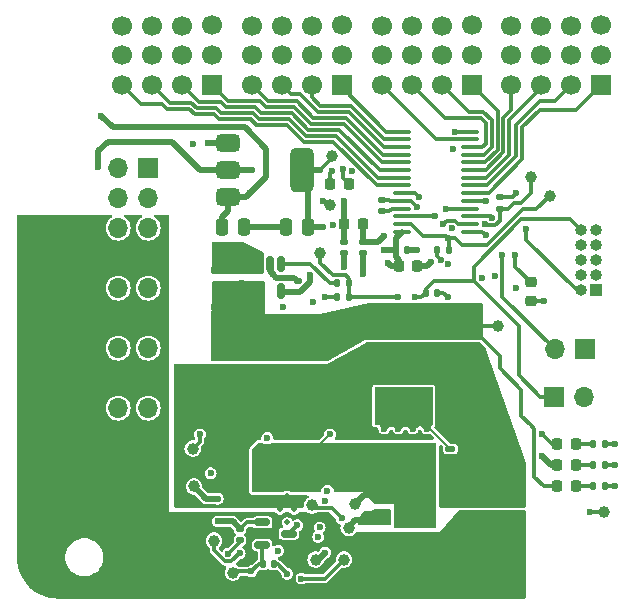
<source format=gbr>
%TF.GenerationSoftware,KiCad,Pcbnew,8.0.8*%
%TF.CreationDate,2025-03-05T15:18:30-05:00*%
%TF.ProjectId,V2.0,56322e30-2e6b-4696-9361-645f70636258,rev?*%
%TF.SameCoordinates,Original*%
%TF.FileFunction,Copper,L1,Top*%
%TF.FilePolarity,Positive*%
%FSLAX46Y46*%
G04 Gerber Fmt 4.6, Leading zero omitted, Abs format (unit mm)*
G04 Created by KiCad (PCBNEW 8.0.8) date 2025-03-05 15:18:30*
%MOMM*%
%LPD*%
G01*
G04 APERTURE LIST*
G04 Aperture macros list*
%AMRoundRect*
0 Rectangle with rounded corners*
0 $1 Rounding radius*
0 $2 $3 $4 $5 $6 $7 $8 $9 X,Y pos of 4 corners*
0 Add a 4 corners polygon primitive as box body*
4,1,4,$2,$3,$4,$5,$6,$7,$8,$9,$2,$3,0*
0 Add four circle primitives for the rounded corners*
1,1,$1+$1,$2,$3*
1,1,$1+$1,$4,$5*
1,1,$1+$1,$6,$7*
1,1,$1+$1,$8,$9*
0 Add four rect primitives between the rounded corners*
20,1,$1+$1,$2,$3,$4,$5,0*
20,1,$1+$1,$4,$5,$6,$7,0*
20,1,$1+$1,$6,$7,$8,$9,0*
20,1,$1+$1,$8,$9,$2,$3,0*%
G04 Aperture macros list end*
%TA.AperFunction,SMDPad,CuDef*%
%ADD10RoundRect,0.218750X-0.218750X-0.256250X0.218750X-0.256250X0.218750X0.256250X-0.218750X0.256250X0*%
%TD*%
%TA.AperFunction,SMDPad,CuDef*%
%ADD11RoundRect,0.218750X0.256250X-0.218750X0.256250X0.218750X-0.256250X0.218750X-0.256250X-0.218750X0*%
%TD*%
%TA.AperFunction,SMDPad,CuDef*%
%ADD12C,1.000000*%
%TD*%
%TA.AperFunction,ComponentPad*%
%ADD13R,1.700000X1.700000*%
%TD*%
%TA.AperFunction,ComponentPad*%
%ADD14C,1.700000*%
%TD*%
%TA.AperFunction,ComponentPad*%
%ADD15O,1.700000X1.700000*%
%TD*%
%TA.AperFunction,SMDPad,CuDef*%
%ADD16RoundRect,0.140000X-0.140000X-0.170000X0.140000X-0.170000X0.140000X0.170000X-0.140000X0.170000X0*%
%TD*%
%TA.AperFunction,SMDPad,CuDef*%
%ADD17RoundRect,0.225000X-0.225000X-0.250000X0.225000X-0.250000X0.225000X0.250000X-0.225000X0.250000X0*%
%TD*%
%TA.AperFunction,SMDPad,CuDef*%
%ADD18RoundRect,0.135000X-0.185000X0.135000X-0.185000X-0.135000X0.185000X-0.135000X0.185000X0.135000X0*%
%TD*%
%TA.AperFunction,SMDPad,CuDef*%
%ADD19RoundRect,0.250000X0.250000X0.475000X-0.250000X0.475000X-0.250000X-0.475000X0.250000X-0.475000X0*%
%TD*%
%TA.AperFunction,SMDPad,CuDef*%
%ADD20RoundRect,0.140000X0.170000X-0.140000X0.170000X0.140000X-0.170000X0.140000X-0.170000X-0.140000X0*%
%TD*%
%TA.AperFunction,SMDPad,CuDef*%
%ADD21RoundRect,0.100000X0.637500X0.100000X-0.637500X0.100000X-0.637500X-0.100000X0.637500X-0.100000X0*%
%TD*%
%TA.AperFunction,SMDPad,CuDef*%
%ADD22RoundRect,0.135000X-0.135000X-0.185000X0.135000X-0.185000X0.135000X0.185000X-0.135000X0.185000X0*%
%TD*%
%TA.AperFunction,SMDPad,CuDef*%
%ADD23RoundRect,0.150000X-0.150000X0.512500X-0.150000X-0.512500X0.150000X-0.512500X0.150000X0.512500X0*%
%TD*%
%TA.AperFunction,SMDPad,CuDef*%
%ADD24RoundRect,0.140000X-0.170000X0.140000X-0.170000X-0.140000X0.170000X-0.140000X0.170000X0.140000X0*%
%TD*%
%TA.AperFunction,SMDPad,CuDef*%
%ADD25RoundRect,0.250000X0.650000X-0.325000X0.650000X0.325000X-0.650000X0.325000X-0.650000X-0.325000X0*%
%TD*%
%TA.AperFunction,SMDPad,CuDef*%
%ADD26RoundRect,0.135000X0.135000X0.185000X-0.135000X0.185000X-0.135000X-0.185000X0.135000X-0.185000X0*%
%TD*%
%TA.AperFunction,ComponentPad*%
%ADD27O,1.000000X1.000000*%
%TD*%
%TA.AperFunction,ComponentPad*%
%ADD28R,1.000000X1.000000*%
%TD*%
%TA.AperFunction,SMDPad,CuDef*%
%ADD29RoundRect,0.250000X-0.650000X0.325000X-0.650000X-0.325000X0.650000X-0.325000X0.650000X0.325000X0*%
%TD*%
%TA.AperFunction,SMDPad,CuDef*%
%ADD30RoundRect,0.218750X0.218750X0.256250X-0.218750X0.256250X-0.218750X-0.256250X0.218750X-0.256250X0*%
%TD*%
%TA.AperFunction,SMDPad,CuDef*%
%ADD31R,5.000000X3.250000*%
%TD*%
%TA.AperFunction,SMDPad,CuDef*%
%ADD32R,4.550000X4.410000*%
%TD*%
%TA.AperFunction,SMDPad,CuDef*%
%ADD33RoundRect,0.125000X0.300000X0.125000X-0.300000X0.125000X-0.300000X-0.125000X0.300000X-0.125000X0*%
%TD*%
%TA.AperFunction,SMDPad,CuDef*%
%ADD34R,4.410000X4.550000*%
%TD*%
%TA.AperFunction,SMDPad,CuDef*%
%ADD35RoundRect,0.125000X-0.125000X0.300000X-0.125000X-0.300000X0.125000X-0.300000X0.125000X0.300000X0*%
%TD*%
%TA.AperFunction,SMDPad,CuDef*%
%ADD36RoundRect,0.375000X-0.625000X-0.375000X0.625000X-0.375000X0.625000X0.375000X-0.625000X0.375000X0*%
%TD*%
%TA.AperFunction,SMDPad,CuDef*%
%ADD37RoundRect,0.500000X-0.500000X-1.400000X0.500000X-1.400000X0.500000X1.400000X-0.500000X1.400000X0*%
%TD*%
%TA.AperFunction,SMDPad,CuDef*%
%ADD38RoundRect,0.250000X-0.625000X0.312500X-0.625000X-0.312500X0.625000X-0.312500X0.625000X0.312500X0*%
%TD*%
%TA.AperFunction,SMDPad,CuDef*%
%ADD39RoundRect,0.150000X-0.512500X-0.150000X0.512500X-0.150000X0.512500X0.150000X-0.512500X0.150000X0*%
%TD*%
%TA.AperFunction,SMDPad,CuDef*%
%ADD40R,4.900000X3.200000*%
%TD*%
%TA.AperFunction,SMDPad,CuDef*%
%ADD41RoundRect,0.237500X-0.262500X0.237500X-0.262500X-0.237500X0.262500X-0.237500X0.262500X0.237500X0*%
%TD*%
%TA.AperFunction,SMDPad,CuDef*%
%ADD42RoundRect,0.250000X-0.250000X-0.475000X0.250000X-0.475000X0.250000X0.475000X-0.250000X0.475000X0*%
%TD*%
%TA.AperFunction,ComponentPad*%
%ADD43C,0.499999*%
%TD*%
%TA.AperFunction,ViaPad*%
%ADD44C,0.600000*%
%TD*%
%TA.AperFunction,Conductor*%
%ADD45C,0.300000*%
%TD*%
%TA.AperFunction,Conductor*%
%ADD46C,0.500000*%
%TD*%
%TA.AperFunction,Conductor*%
%ADD47C,0.200000*%
%TD*%
G04 APERTURE END LIST*
D10*
%TO.P,D6,1,K*%
%TO.N,Net-(D6-K)*%
X140012500Y-51400000D03*
%TO.P,D6,2,A*%
%TO.N,/MCU/Debug_LED2*%
X141587500Y-51400000D03*
%TD*%
D11*
%TO.P,D5,1,K*%
%TO.N,Net-(D5-K)*%
X157000000Y-61287500D03*
%TO.P,D5,2,A*%
%TO.N,/MCU/Debug_LED1*%
X157000000Y-59712500D03*
%TD*%
D12*
%TO.P,TP20,1,1*%
%TO.N,comp*%
X130200000Y-81600000D03*
%TD*%
%TO.P,TP19,1,1*%
%TO.N,FB_*%
X128500000Y-77000000D03*
%TD*%
%TO.P,TP17,1,1*%
%TO.N,SW_*%
X142100000Y-78500000D03*
%TD*%
%TO.P,TP16,1,1*%
%TO.N,BST*%
X138500000Y-78600000D03*
%TD*%
%TO.P,TP14,1,1*%
%TO.N,PGOOD*%
X128400000Y-73800000D03*
%TD*%
%TO.P,TP12,1,1*%
%TO.N,EN*%
X141200000Y-83200000D03*
%TD*%
%TO.P,TP11,1,1*%
%TO.N,VIN*%
X138800000Y-83200000D03*
%TD*%
D13*
%TO.P,J6,1*%
%TO.N,CH0*%
X163000000Y-43000000D03*
D14*
%TO.P,J6,2*%
%TO.N,+6VP*%
X163000000Y-40460000D03*
%TO.P,J6,3*%
%TO.N,GND*%
X163000000Y-37920000D03*
%TO.P,J6,4*%
%TO.N,CH1*%
X160460000Y-43000000D03*
%TO.P,J6,5*%
%TO.N,+6VP*%
X160460000Y-40500000D03*
%TO.P,J6,6*%
%TO.N,GND*%
X160460000Y-38000000D03*
%TO.P,J6,7*%
%TO.N,CH2*%
X157920000Y-43000000D03*
%TO.P,J6,8*%
%TO.N,+6VP*%
X157920000Y-40500000D03*
%TO.P,J6,9*%
%TO.N,GND*%
X157920000Y-38000000D03*
%TO.P,J6,10*%
%TO.N,CH3*%
X155380000Y-43000000D03*
%TO.P,J6,11*%
%TO.N,+6VP*%
X155380000Y-40500000D03*
%TO.P,J6,12*%
%TO.N,GND*%
X155380000Y-38000000D03*
%TD*%
D13*
%TO.P,J7,1*%
%TO.N,CH4*%
X152000000Y-43000000D03*
D14*
%TO.P,J7,2*%
%TO.N,+6VP*%
X152000000Y-40460000D03*
%TO.P,J7,3*%
%TO.N,GND*%
X152000000Y-37920000D03*
%TO.P,J7,4*%
%TO.N,CH5*%
X149460000Y-43000000D03*
%TO.P,J7,5*%
%TO.N,+6VP*%
X149460000Y-40500000D03*
%TO.P,J7,6*%
%TO.N,GND*%
X149460000Y-38000000D03*
%TO.P,J7,7*%
%TO.N,CH6*%
X146920000Y-43000000D03*
%TO.P,J7,8*%
%TO.N,+6VP*%
X146920000Y-40500000D03*
%TO.P,J7,9*%
%TO.N,GND*%
X146920000Y-38000000D03*
%TO.P,J7,10*%
%TO.N,CH7*%
X144380000Y-43000000D03*
%TO.P,J7,11*%
%TO.N,+6VP*%
X144380000Y-40500000D03*
%TO.P,J7,12*%
%TO.N,GND*%
X144380000Y-38000000D03*
%TD*%
D13*
%TO.P,J8,1*%
%TO.N,CH8*%
X141000000Y-43000000D03*
D14*
%TO.P,J8,2*%
%TO.N,+6VP*%
X141000000Y-40460000D03*
%TO.P,J8,3*%
%TO.N,GND*%
X141000000Y-37920000D03*
%TO.P,J8,4*%
%TO.N,CH9*%
X138460000Y-43000000D03*
%TO.P,J8,5*%
%TO.N,+6VP*%
X138460000Y-40500000D03*
%TO.P,J8,6*%
%TO.N,GND*%
X138460000Y-38000000D03*
%TO.P,J8,7*%
%TO.N,CH10*%
X135920000Y-43000000D03*
%TO.P,J8,8*%
%TO.N,+6VP*%
X135920000Y-40500000D03*
%TO.P,J8,9*%
%TO.N,GND*%
X135920000Y-38000000D03*
%TO.P,J8,10*%
%TO.N,CH11*%
X133380000Y-43000000D03*
%TO.P,J8,11*%
%TO.N,+6VP*%
X133380000Y-40500000D03*
%TO.P,J8,12*%
%TO.N,GND*%
X133380000Y-38000000D03*
%TD*%
D13*
%TO.P,J9,1*%
%TO.N,CH12*%
X130000000Y-43000000D03*
D14*
%TO.P,J9,2*%
%TO.N,+6VP*%
X130000000Y-40460000D03*
%TO.P,J9,3*%
%TO.N,GND*%
X130000000Y-37920000D03*
%TO.P,J9,4*%
%TO.N,CH13*%
X127460000Y-43000000D03*
%TO.P,J9,5*%
%TO.N,+6VP*%
X127460000Y-40500000D03*
%TO.P,J9,6*%
%TO.N,GND*%
X127460000Y-38000000D03*
%TO.P,J9,7*%
%TO.N,CH14*%
X124920000Y-43000000D03*
%TO.P,J9,8*%
%TO.N,+6VP*%
X124920000Y-40500000D03*
%TO.P,J9,9*%
%TO.N,GND*%
X124920000Y-38000000D03*
%TO.P,J9,10*%
%TO.N,CH15*%
X122380000Y-43000000D03*
%TO.P,J9,11*%
%TO.N,+6VP*%
X122380000Y-40500000D03*
%TO.P,J9,12*%
%TO.N,GND*%
X122380000Y-38000000D03*
%TD*%
D13*
%TO.P,J4,1,Pin_1*%
%TO.N,CAN+*%
X124625000Y-50050000D03*
D15*
%TO.P,J4,2,Pin_2*%
%TO.N,CAN-*%
X122085000Y-50050000D03*
%TO.P,J4,3,Pin_3*%
%TO.N,unconnected-(J4-Pin_3-Pad3)*%
X124625000Y-52590000D03*
%TO.P,J4,4,Pin_4*%
%TO.N,GND*%
X122085000Y-52590000D03*
%TO.P,J4,5,Pin_5*%
X124625000Y-55130000D03*
%TO.P,J4,6,Pin_6*%
X122085000Y-55130000D03*
%TO.P,J4,7,Pin_7*%
%TO.N,+P_BATT*%
X124625000Y-57670000D03*
%TO.P,J4,8,Pin_8*%
X122085000Y-57670000D03*
%TO.P,J4,9,Pin_9*%
%TO.N,GND*%
X124625000Y-60210000D03*
%TO.P,J4,10,Pin_10*%
X122085000Y-60210000D03*
%TO.P,J4,11,Pin_11*%
%TO.N,+P_BATT*%
X124625000Y-62750000D03*
%TO.P,J4,12,Pin_12*%
X122085000Y-62750000D03*
%TO.P,J4,13,Pin_13*%
%TO.N,GND*%
X124625000Y-65290000D03*
%TO.P,J4,14,Pin_14*%
X122085000Y-65290000D03*
%TO.P,J4,15,Pin_15*%
%TO.N,+P_BATT*%
X124625000Y-67830000D03*
%TO.P,J4,16,Pin_16*%
X122085000Y-67830000D03*
%TO.P,J4,17,Pin_17*%
%TO.N,GND*%
X124625000Y-70370000D03*
%TO.P,J4,18,Pin_18*%
X122085000Y-70370000D03*
%TO.P,J4,19,Pin_19*%
%TO.N,+P_BATT*%
X124625000Y-72910000D03*
%TO.P,J4,20,Pin_20*%
X122085000Y-72910000D03*
%TD*%
D16*
%TO.P,C3,1*%
%TO.N,NRST*%
X148120000Y-60600000D03*
%TO.P,C3,2*%
%TO.N,GND*%
X149080000Y-60600000D03*
%TD*%
D12*
%TO.P,TP7,1,1*%
%TO.N,+6V*%
X154200000Y-63400000D03*
%TD*%
D17*
%TO.P,C12,1*%
%TO.N,+3.3V*%
X145837500Y-58375000D03*
%TO.P,C12,2*%
%TO.N,GND*%
X147387500Y-58375000D03*
%TD*%
D18*
%TO.P,R5,1*%
%TO.N,+3.3V*%
X154400000Y-52490000D03*
%TO.P,R5,2*%
%TO.N,PWM_SCL*%
X154400000Y-53510000D03*
%TD*%
D19*
%TO.P,C19,1*%
%TO.N,+3.3V*%
X138150000Y-55000000D03*
%TO.P,C19,2*%
%TO.N,GND*%
X136250000Y-55000000D03*
%TD*%
D20*
%TO.P,C20,1*%
%TO.N,+3.3V*%
X137300000Y-60580000D03*
%TO.P,C20,2*%
%TO.N,GND*%
X137300000Y-59620000D03*
%TD*%
D21*
%TO.P,U2,1,A0*%
%TO.N,+3.3V*%
X151862500Y-55425000D03*
%TO.P,U2,2,A1*%
%TO.N,GND*%
X151862500Y-54775000D03*
%TO.P,U2,3,A2*%
%TO.N,+3.3V*%
X151862500Y-54125000D03*
%TO.P,U2,4,A3*%
%TO.N,GND*%
X151862500Y-53475000D03*
%TO.P,U2,5,A4*%
%TO.N,+3.3V*%
X151862500Y-52825000D03*
%TO.P,U2,6,LED0*%
%TO.N,CH0*%
X151862500Y-52175000D03*
%TO.P,U2,7,LED1*%
%TO.N,CH1*%
X151862500Y-51525000D03*
%TO.P,U2,8,LED2*%
%TO.N,CH2*%
X151862500Y-50875000D03*
%TO.P,U2,9,LED3*%
%TO.N,CH3*%
X151862500Y-50225000D03*
%TO.P,U2,10,LED4*%
%TO.N,CH4*%
X151862500Y-49575000D03*
%TO.P,U2,11,LED5*%
%TO.N,CH5*%
X151862500Y-48925000D03*
%TO.P,U2,12,LED6*%
%TO.N,CH6*%
X151862500Y-48275000D03*
%TO.P,U2,13,LED7*%
%TO.N,CH7*%
X151862500Y-47625000D03*
%TO.P,U2,14,VSS*%
%TO.N,GND*%
X151862500Y-46975000D03*
%TO.P,U2,15,LED8*%
%TO.N,CH8*%
X146137500Y-46975000D03*
%TO.P,U2,16,LED9*%
%TO.N,CH9*%
X146137500Y-47625000D03*
%TO.P,U2,17,LED10*%
%TO.N,CH10*%
X146137500Y-48275000D03*
%TO.P,U2,18,LED11*%
%TO.N,CH11*%
X146137500Y-48925000D03*
%TO.P,U2,19,LED12*%
%TO.N,CH12*%
X146137500Y-49575000D03*
%TO.P,U2,20,LED13*%
%TO.N,CH13*%
X146137500Y-50225000D03*
%TO.P,U2,21,LED14*%
%TO.N,CH14*%
X146137500Y-50875000D03*
%TO.P,U2,22,LED15*%
%TO.N,CH15*%
X146137500Y-51525000D03*
%TO.P,U2,23,~{OE}*%
%TO.N,PWM_OE*%
X146137500Y-52175000D03*
%TO.P,U2,24,A5*%
%TO.N,GND*%
X146137500Y-52825000D03*
%TO.P,U2,25,EXTCLK*%
%TO.N,/PWM Chip/EXTCLK*%
X146137500Y-53475000D03*
%TO.P,U2,26,SCL*%
%TO.N,PWM_SCL*%
X146137500Y-54125000D03*
%TO.P,U2,27,SDA*%
%TO.N,PWM_SDA*%
X146137500Y-54775000D03*
%TO.P,U2,28,VDD*%
%TO.N,+3.3V*%
X146137500Y-55425000D03*
%TD*%
D13*
%TO.P,J2,1,Pin_1*%
%TO.N,+3.3V*%
X161600000Y-65400000D03*
D15*
%TO.P,J2,2,Pin_2*%
%TO.N,/MCU/BOOT0*%
X159060000Y-65400000D03*
%TD*%
D22*
%TO.P,R9,1*%
%TO.N,GND*%
X140580000Y-61000000D03*
%TO.P,R9,2*%
%TO.N,CSA_OUT*%
X141600000Y-61000000D03*
%TD*%
D12*
%TO.P,TP6,1,1*%
%TO.N,TEMP*%
X131800000Y-84300000D03*
%TD*%
D23*
%TO.P,U7,1*%
%TO.N,Net-(R8-Pad2)*%
X135850000Y-58162500D03*
%TO.P,U7,2,GND*%
%TO.N,GND*%
X134900000Y-58162500D03*
%TO.P,U7,3,+*%
%TO.N,+6VP*%
X133950000Y-58162500D03*
%TO.P,U7,4,-*%
%TO.N,+6V*%
X133950000Y-60437500D03*
%TO.P,U7,5,V+*%
%TO.N,+3.3V*%
X135850000Y-60437500D03*
%TD*%
D24*
%TO.P,C9,1*%
%TO.N,+3.3VA*%
X141200000Y-56320000D03*
%TO.P,C9,2*%
%TO.N,GND*%
X141200000Y-57280000D03*
%TD*%
D22*
%TO.P,R6,2*%
%TO.N,GND*%
X163322500Y-77000000D03*
%TO.P,R6,1*%
%TO.N,Net-(D4-K)*%
X162302500Y-77000000D03*
%TD*%
D25*
%TO.P,CIN2,2*%
%TO.N,GND*%
X155200000Y-77420000D03*
%TO.P,CIN2,1*%
%TO.N,+P_BATT*%
X155200000Y-80370000D03*
%TD*%
D26*
%TO.P,R8,1*%
%TO.N,CSA_OUT*%
X141600000Y-59810000D03*
%TO.P,R8,2*%
%TO.N,Net-(R8-Pad2)*%
X140580000Y-59810000D03*
%TD*%
D12*
%TO.P,TP3,1,1*%
%TO.N,PWM_SCL*%
X157000000Y-50800000D03*
%TD*%
D13*
%TO.P,J1,1,Pin_1*%
%TO.N,NRST*%
X159000000Y-69400000D03*
D15*
%TO.P,J1,2,Pin_2*%
%TO.N,GND*%
X161540000Y-69400000D03*
%TD*%
D27*
%TO.P,J3,10,~{RESET}*%
%TO.N,NRST*%
X161230000Y-55330000D03*
%TO.P,J3,9,GNDDetect*%
%TO.N,GND*%
X162500000Y-55330000D03*
%TO.P,J3,8,NC/TDI*%
%TO.N,unconnected-(J3-NC{slash}TDI-Pad8)*%
X161230000Y-56600000D03*
%TO.P,J3,7,KEY*%
%TO.N,unconnected-(J3-KEY-Pad7)*%
X162500000Y-56600000D03*
%TO.P,J3,6,SWO/TDO*%
%TO.N,SWO*%
X161230000Y-57870000D03*
%TO.P,J3,5,GND*%
%TO.N,GND*%
X162500000Y-57870000D03*
%TO.P,J3,4,SWCLK/TCK*%
%TO.N,/MCU/SWCLK*%
X161230000Y-59140000D03*
%TO.P,J3,3,GND*%
%TO.N,GND*%
X162500000Y-59140000D03*
%TO.P,J3,2,SWDIO/TMS*%
%TO.N,/MCU/SWDIO*%
X161230000Y-60410000D03*
D28*
%TO.P,J3,1,VTref*%
%TO.N,+3.3V*%
X162500000Y-60410000D03*
%TD*%
D16*
%TO.P,C13,1*%
%TO.N,+3.3V*%
X145577500Y-56975000D03*
%TO.P,C13,2*%
%TO.N,GND*%
X146537500Y-56975000D03*
%TD*%
D12*
%TO.P,TP5,1,1*%
%TO.N,CSA_OUT*%
X139200000Y-57200000D03*
%TD*%
D16*
%TO.P,C22,1*%
%TO.N,TEMP*%
X134320000Y-83600000D03*
%TO.P,C22,2*%
%TO.N,GND*%
X135280000Y-83600000D03*
%TD*%
D29*
%TO.P,COUT5,1*%
%TO.N,+6V*%
X144855000Y-63245000D03*
%TO.P,COUT5,2*%
%TO.N,GND*%
X144855000Y-66195000D03*
%TD*%
D24*
%TO.P,C10,1*%
%TO.N,+3.3V*%
X142800000Y-56320000D03*
%TO.P,C10,2*%
%TO.N,GND*%
X142800000Y-57280000D03*
%TD*%
D30*
%TO.P,D4,2,A*%
%TO.N,+6V*%
X159225000Y-77000000D03*
%TO.P,D4,1,K*%
%TO.N,Net-(D4-K)*%
X160800000Y-77000000D03*
%TD*%
D10*
%TO.P,FB1,1*%
%TO.N,+3.3VA*%
X141212500Y-54800000D03*
%TO.P,FB1,2*%
%TO.N,+3.3V*%
X142787500Y-54800000D03*
%TD*%
D22*
%TO.P,R2,1*%
%TO.N,+3.3V*%
X149090000Y-57000000D03*
%TO.P,R2,2*%
%TO.N,PWM_SDA*%
X150110000Y-57000000D03*
%TD*%
D30*
%TO.P,D1,2,A*%
%TO.N,+5V*%
X159225000Y-75200000D03*
%TO.P,D1,1,K*%
X160800000Y-75200000D03*
%TD*%
D22*
%TO.P,R3,2*%
%TO.N,GND*%
X163322500Y-75200000D03*
%TO.P,R3,1*%
%TO.N,+5V*%
X162302500Y-75200000D03*
%TD*%
D12*
%TO.P,TP10,1,1*%
%TO.N,GND*%
X163200000Y-79200000D03*
%TD*%
D22*
%TO.P,R4,2*%
%TO.N,GND*%
X163322500Y-73400000D03*
%TO.P,R4,1*%
%TO.N,Net-(D3-K)*%
X162302500Y-73400000D03*
%TD*%
D12*
%TO.P,TP4,1,1*%
%TO.N,PWM_SDA*%
X158600000Y-52400000D03*
%TD*%
D24*
%TO.P,C21,1*%
%TO.N,+5V*%
X132400000Y-80600000D03*
%TO.P,C21,2*%
%TO.N,GND*%
X132400000Y-81560000D03*
%TD*%
D31*
%TO.P,L1,1,1*%
%TO.N,SW_*%
X136455000Y-75545000D03*
%TO.P,L1,2,2*%
%TO.N,+6V*%
X136455000Y-64295000D03*
%TD*%
D29*
%TO.P,COUT4,1*%
%TO.N,+6V*%
X147855000Y-63245000D03*
%TO.P,COUT4,2*%
%TO.N,GND*%
X147855000Y-66195000D03*
%TD*%
D12*
%TO.P,TP9,1,1*%
%TO.N,+3.3V*%
X140200000Y-49000000D03*
%TD*%
D32*
%TO.P,Q2,5,D*%
%TO.N,SW_*%
X146260000Y-75735000D03*
D33*
%TO.P,Q2,4,G*%
%TO.N,LO*%
X150210000Y-73830000D03*
%TO.P,Q2,3,S*%
%TO.N,GND*%
X150210000Y-75100000D03*
%TO.P,Q2,2,S*%
X150210000Y-76370000D03*
%TO.P,Q2,1,S*%
X150210000Y-77640000D03*
%TD*%
D34*
%TO.P,Q1,5,D*%
%TO.N,+P_BATT*%
X146505000Y-83645000D03*
D35*
%TO.P,Q1,4,G*%
%TO.N,HO*%
X144600000Y-79695000D03*
%TO.P,Q1,3,S*%
%TO.N,SW_*%
X145870000Y-79695000D03*
%TO.P,Q1,2,S*%
X147140000Y-79695000D03*
%TO.P,Q1,1,S*%
X148410000Y-79695000D03*
%TD*%
D25*
%TO.P,CIN1,1*%
%TO.N,+P_BATT*%
X152455000Y-80370000D03*
%TO.P,CIN1,2*%
%TO.N,GND*%
X152455000Y-77420000D03*
%TD*%
D20*
%TO.P,C11,1*%
%TO.N,/PWM Chip/EXTCLK*%
X144400000Y-53680000D03*
%TO.P,C11,2*%
%TO.N,GND*%
X144400000Y-52720000D03*
%TD*%
D36*
%TO.P,U6,1,GND*%
%TO.N,GND*%
X131350000Y-47900000D03*
%TO.P,U6,2,VO*%
%TO.N,+3.3V*%
X131350000Y-50200000D03*
D37*
X137650000Y-50200000D03*
D36*
%TO.P,U6,3,VI*%
%TO.N,+5V*%
X131350000Y-52500000D03*
%TD*%
D38*
%TO.P,R7,1*%
%TO.N,+6VP*%
X131100000Y-57700000D03*
%TO.P,R7,2*%
%TO.N,+6V*%
X131100000Y-60625000D03*
%TD*%
D12*
%TO.P,TP8,1,1*%
%TO.N,+5V*%
X140000000Y-53200000D03*
%TD*%
D39*
%TO.P,U8,1,V_{DD}*%
%TO.N,+5V*%
X134262500Y-80050000D03*
%TO.P,U8,2,V_{OUT}*%
%TO.N,TEMP*%
X134262500Y-81950000D03*
%TO.P,U8,3,GND*%
%TO.N,GND*%
X136537500Y-81000000D03*
%TD*%
D40*
%TO.P,D2,3,K*%
%TO.N,LO*%
X146255000Y-70195000D03*
D41*
%TO.P,D2,2,A*%
%TO.N,GND*%
X150605000Y-71165000D03*
%TO.P,D2,1,A*%
X150605000Y-69225000D03*
%TD*%
D29*
%TO.P,COUT3,1*%
%TO.N,+6V*%
X150855000Y-63245000D03*
%TO.P,COUT3,2*%
%TO.N,GND*%
X150855000Y-66195000D03*
%TD*%
D42*
%TO.P,C18,1*%
%TO.N,+5V*%
X130850000Y-55000000D03*
%TO.P,C18,2*%
%TO.N,GND*%
X132750000Y-55000000D03*
%TD*%
D30*
%TO.P,D3,2,A*%
%TO.N,+3.3V*%
X159225000Y-73400000D03*
%TO.P,D3,1,K*%
%TO.N,Net-(D3-K)*%
X160800000Y-73400000D03*
%TD*%
D43*
%TO.P,U5,21,EP*%
%TO.N,GND*%
X136984999Y-78950001D03*
X136385000Y-80050001D03*
X136385000Y-77850001D03*
X135785001Y-78950001D03*
%TD*%
D12*
%TO.P,TP15,1,1*%
%TO.N,HO*%
X141600000Y-80500000D03*
%TD*%
D44*
%TO.N,Net-(D6-K)*%
X140200000Y-50300000D03*
%TO.N,/MCU/Debug_LED2*%
X141100000Y-50100000D03*
%TO.N,/MCU/Debug_LED1*%
X155700000Y-57400000D03*
X150315102Y-55157729D03*
%TO.N,Net-(D5-K)*%
X158100000Y-61300000D03*
%TO.N,HO*%
X139129443Y-80475204D03*
%TO.N,comp*%
X132354120Y-82665120D03*
%TO.N,FB_*%
X130500000Y-78050001D03*
%TO.N,BST*%
X140999998Y-79699999D03*
%TO.N,PGOOD*%
X129000000Y-72600000D03*
%TO.N,VIN*%
X139600000Y-82600000D03*
%TO.N,+3.3V*%
X141886827Y-50313173D03*
%TO.N,PWM_OE*%
X147540333Y-52474256D03*
%TO.N,GND*%
X129700000Y-47900000D03*
%TO.N,+6VP*%
X128400000Y-48000000D03*
%TO.N,+3.3V*%
X133400000Y-50200000D03*
%TO.N,+5V*%
X120600000Y-45600000D03*
%TO.N,+3.3V*%
X120400000Y-50000000D03*
X158000000Y-72600000D03*
X144900000Y-58100000D03*
X139200000Y-50200000D03*
X138332880Y-59067120D03*
X150400000Y-48400000D03*
X144600000Y-55800000D03*
X140275001Y-54883285D03*
X153740380Y-54259620D03*
X153200000Y-52800000D03*
X149400000Y-57800000D03*
X152850000Y-59328128D03*
X153200000Y-55750000D03*
X150000000Y-58200000D03*
X155800000Y-52200000D03*
X139400000Y-55000000D03*
X144625000Y-56975000D03*
X153950000Y-59200000D03*
%TO.N,GND*%
X153816250Y-75293750D03*
X154616250Y-75293750D03*
X147016250Y-67493750D03*
X142800000Y-59000000D03*
X146216250Y-67493750D03*
X139600000Y-61000000D03*
X149600000Y-54799073D03*
X154616250Y-76093750D03*
X149825000Y-53475000D03*
X151616250Y-78493750D03*
X151416250Y-74493750D03*
X150216250Y-67493750D03*
X152216250Y-76093750D03*
X155800000Y-60200000D03*
X151816250Y-65093750D03*
X147816250Y-65093750D03*
X152616250Y-65093750D03*
X151816250Y-68193750D03*
X141200000Y-58400000D03*
X146816250Y-65093750D03*
X148816250Y-65093750D03*
X134200000Y-55000000D03*
X151416250Y-73693750D03*
X155416250Y-76093750D03*
X153216250Y-78493750D03*
X156200000Y-75293750D03*
X151816250Y-68893750D03*
X155416250Y-75293750D03*
X151816250Y-70493750D03*
X152616250Y-66693750D03*
X135000000Y-55000000D03*
X156016250Y-78493750D03*
X148616250Y-67493750D03*
X145816250Y-65093750D03*
X150600000Y-46975000D03*
X151016250Y-67493750D03*
X151416250Y-75293750D03*
X152616250Y-69693750D03*
X137234998Y-80300001D03*
X147816250Y-67493750D03*
X152616250Y-68193750D03*
X152216250Y-72093750D03*
X147400000Y-57000000D03*
X150000000Y-61000000D03*
X152616250Y-67493750D03*
X151416250Y-76093750D03*
X144616250Y-67493750D03*
X152616250Y-71293750D03*
X152616250Y-65893750D03*
X152216250Y-75293750D03*
X153016250Y-75293750D03*
X136400000Y-84400000D03*
X164102500Y-77000000D03*
X152216250Y-74493750D03*
X152616250Y-68893750D03*
X143816250Y-65093750D03*
X131400000Y-82700000D03*
X154416250Y-78493750D03*
X152416250Y-78493750D03*
X143816250Y-67493750D03*
X145416250Y-67493750D03*
X164102500Y-73400000D03*
X151816250Y-71293750D03*
X156200000Y-76093750D03*
X153016250Y-76093750D03*
X151816250Y-67493750D03*
X151416250Y-72093750D03*
X135150000Y-59050000D03*
X162000000Y-79200000D03*
X148600000Y-58000000D03*
X164102500Y-75200000D03*
X155216250Y-78493750D03*
X144816250Y-65093750D03*
X153816250Y-76093750D03*
X150816250Y-65093750D03*
X147374385Y-53340370D03*
X152216250Y-73693750D03*
X151416250Y-72893750D03*
X152216250Y-72893750D03*
X149816250Y-65093750D03*
X151816250Y-69693750D03*
X149416250Y-67493750D03*
X152616250Y-70493750D03*
%TO.N,NRST*%
X147200000Y-61000000D03*
%TO.N,+3.3VA*%
X141200000Y-52800000D03*
%TO.N,+5V*%
X130535000Y-79967845D03*
X133200000Y-52200000D03*
X136000000Y-61800000D03*
X139400000Y-52800000D03*
X157952500Y-74400000D03*
%TO.N,+6V*%
X143816250Y-61993750D03*
X132600000Y-60500000D03*
X148816250Y-64293750D03*
X152616250Y-61993750D03*
X131600000Y-61800000D03*
X151816250Y-61993750D03*
X150216250Y-61993750D03*
X143816250Y-64293750D03*
X152616250Y-62693750D03*
X132600000Y-61200000D03*
X151816250Y-64293750D03*
X133000000Y-61800000D03*
X129900000Y-75900000D03*
X145816250Y-64293750D03*
X144616250Y-61993750D03*
X147816250Y-64293750D03*
X152616250Y-63493750D03*
X148616250Y-61993750D03*
X150816250Y-64293750D03*
X147016250Y-61993750D03*
X145416250Y-61993750D03*
X147816250Y-61993750D03*
X146216250Y-61993750D03*
X149416250Y-61993750D03*
X130200000Y-61800000D03*
X144816250Y-64293750D03*
X132300000Y-61800000D03*
X133700000Y-61800000D03*
X146816250Y-64293750D03*
X151016250Y-61993750D03*
X132600000Y-59800000D03*
X152616250Y-64293750D03*
X130900000Y-61800000D03*
X149816250Y-64293750D03*
%TO.N,TEMP*%
X133365158Y-84199123D03*
X138600000Y-61400000D03*
%TO.N,SW_*%
X146210000Y-75300000D03*
X146210000Y-74100000D03*
X147610000Y-74100000D03*
X146210000Y-77700000D03*
X144810000Y-75300000D03*
X144810000Y-76500000D03*
X146210000Y-76500000D03*
X144810000Y-77700000D03*
X147610000Y-77700000D03*
X147610000Y-75300000D03*
X144810000Y-74100000D03*
X140000000Y-72600000D03*
X139022500Y-81287500D03*
X147610000Y-76500000D03*
%TO.N,+P_BATT*%
X144710000Y-83600000D03*
X151610000Y-79300000D03*
X153210000Y-79300000D03*
X152610000Y-82500000D03*
X155010000Y-82500000D03*
X144710000Y-85000000D03*
X150810000Y-86100000D03*
X154410000Y-79300000D03*
X155810000Y-81700000D03*
X147110000Y-85000000D03*
X145910000Y-83600000D03*
X149810000Y-83700000D03*
X150810000Y-84500000D03*
X153410000Y-82500000D03*
X156010000Y-79300000D03*
X148310000Y-83600000D03*
X147110000Y-82200000D03*
X153410000Y-81700000D03*
X155210000Y-79300000D03*
X150810000Y-83700000D03*
X148310000Y-85000000D03*
X154210000Y-82500000D03*
X149810000Y-84500000D03*
X150810000Y-82100000D03*
X144710000Y-82200000D03*
X149810000Y-86100000D03*
X152410000Y-79300000D03*
X147110000Y-83600000D03*
X151810000Y-82500000D03*
X150810000Y-82900000D03*
X149810000Y-82100000D03*
X145910000Y-82200000D03*
X152610000Y-81700000D03*
X145910000Y-85000000D03*
X149810000Y-85300000D03*
X150810000Y-85300000D03*
X151810000Y-81700000D03*
X147110000Y-86100000D03*
X155010000Y-81700000D03*
X154210000Y-81700000D03*
X148310000Y-86100000D03*
X155810000Y-82500000D03*
X149810000Y-82900000D03*
X148310000Y-82200000D03*
X145910000Y-86100000D03*
X144710000Y-86100000D03*
%TO.N,Net-(U5-VCC)*%
X139585000Y-78200003D03*
X134716250Y-72893750D03*
%TO.N,LO*%
X147010000Y-72100000D03*
X145810000Y-69300000D03*
X147010000Y-69300000D03*
X139800866Y-77429675D03*
X148210000Y-70700000D03*
X144610000Y-70700000D03*
X144610000Y-69300000D03*
X145810000Y-70700000D03*
X147010000Y-70700000D03*
X144610000Y-72100000D03*
X148210000Y-69300000D03*
X148210000Y-72100000D03*
X145810000Y-72100000D03*
%TO.N,/MCU/BOOT0*%
X154600000Y-57400000D03*
%TO.N,/MCU/SWDIO*%
X156600000Y-55200000D03*
%TO.N,PWM_SDA*%
X150000000Y-56000000D03*
%TO.N,PWM_SCL*%
X148900000Y-54100000D03*
X153174693Y-54825307D03*
%TO.N,EN*%
X137600000Y-84800000D03*
X135634999Y-82450001D03*
%TO.N,CSA_OUT*%
X145800000Y-61000000D03*
%TO.N,+6VP*%
X132300000Y-58700000D03*
X130900000Y-58700000D03*
X132400000Y-56600000D03*
X131000000Y-56600000D03*
X130300000Y-56600000D03*
X131600000Y-58700000D03*
X131700000Y-56600000D03*
X130200000Y-58700000D03*
%TO.N,HO*%
X143200000Y-79300000D03*
X142810000Y-79850000D03*
%TD*%
D45*
%TO.N,BST*%
X140150002Y-78850003D02*
X138750003Y-78850003D01*
X140999998Y-79699999D02*
X140150002Y-78850003D01*
X138750003Y-78850003D02*
X138500000Y-78600000D01*
%TO.N,GND*%
X137234998Y-80302502D02*
X136537500Y-81000000D01*
X137234998Y-80300001D02*
X137234998Y-80302502D01*
%TO.N,/MCU/SWDIO*%
X156600000Y-56100000D02*
X160910000Y-60410000D01*
X156600000Y-55200000D02*
X156600000Y-56100000D01*
X160910000Y-60410000D02*
X161230000Y-60410000D01*
%TO.N,NRST*%
X160300000Y-54400000D02*
X161230000Y-55330000D01*
X156200000Y-54400000D02*
X160300000Y-54400000D01*
X152200000Y-58400000D02*
X156200000Y-54400000D01*
X152200000Y-59600000D02*
X152200000Y-58400000D01*
%TO.N,Net-(D6-K)*%
X140000000Y-51387500D02*
X140012500Y-51400000D01*
X140000000Y-50500000D02*
X140000000Y-51387500D01*
X140200000Y-50300000D02*
X140000000Y-50500000D01*
%TO.N,/MCU/Debug_LED2*%
X141100000Y-50912500D02*
X141587500Y-51400000D01*
X141100000Y-50100000D02*
X141100000Y-50912500D01*
%TO.N,+5V*%
X139600000Y-52800000D02*
X139400000Y-52800000D01*
X140000000Y-53200000D02*
X139600000Y-52800000D01*
%TO.N,GND*%
X150851612Y-54775000D02*
X151862500Y-54775000D01*
X150584341Y-54507729D02*
X150851612Y-54775000D01*
X149891344Y-54507729D02*
X150584341Y-54507729D01*
X149600000Y-54799073D02*
X149891344Y-54507729D01*
%TO.N,/MCU/Debug_LED1*%
X155700000Y-58412500D02*
X157000000Y-59712500D01*
X155700000Y-57400000D02*
X155700000Y-58412500D01*
%TO.N,Net-(D5-K)*%
X158087500Y-61287500D02*
X158100000Y-61300000D01*
X157000000Y-61287500D02*
X158087500Y-61287500D01*
%TO.N,comp*%
X130200000Y-82419239D02*
X130200000Y-81600000D01*
X131130761Y-83350000D02*
X130200000Y-82419239D01*
X131669240Y-83350000D02*
X131130761Y-83350000D01*
X132354120Y-82665120D02*
X131669240Y-83350000D01*
%TO.N,GND*%
X132400000Y-81700000D02*
X132400000Y-81560000D01*
X131400000Y-82700000D02*
X132400000Y-81700000D01*
D46*
%TO.N,FB_*%
X129550001Y-78050001D02*
X128500000Y-77000000D01*
X130500000Y-78050001D02*
X129550001Y-78050001D01*
%TO.N,SW_*%
X142900000Y-77700000D02*
X144810000Y-77700000D01*
X142100000Y-78500000D02*
X142900000Y-77700000D01*
%TO.N,HO*%
X142150000Y-79850000D02*
X141600000Y-80400000D01*
X142810000Y-79850000D02*
X142150000Y-79850000D01*
D45*
%TO.N,PGOOD*%
X129000000Y-72600000D02*
X129000000Y-73200000D01*
X129000000Y-73200000D02*
X128400000Y-73800000D01*
%TO.N,EN*%
X139600000Y-84800000D02*
X141200000Y-83200000D01*
X137600000Y-84800000D02*
X139600000Y-84800000D01*
D46*
%TO.N,VIN*%
X139000000Y-83200000D02*
X139600000Y-82600000D01*
X138800000Y-83200000D02*
X139000000Y-83200000D01*
D45*
%TO.N,TEMP*%
X131999123Y-84199123D02*
X133365158Y-84199123D01*
X131800000Y-84000000D02*
X131999123Y-84199123D01*
D46*
%TO.N,+5V*%
X131767845Y-79967845D02*
X132400000Y-80600000D01*
X130535000Y-79967845D02*
X131767845Y-79967845D01*
%TO.N,+3.3V*%
X145175000Y-58375000D02*
X145837500Y-58375000D01*
X144900000Y-58100000D02*
X145175000Y-58375000D01*
D45*
%TO.N,NRST*%
X156000000Y-67600000D02*
X157800000Y-69400000D01*
X156000000Y-63400000D02*
X156000000Y-67600000D01*
X152200000Y-59600000D02*
X156000000Y-63400000D01*
X157800000Y-69400000D02*
X159000000Y-69400000D01*
%TO.N,+6V*%
X157302500Y-76200000D02*
X157302500Y-72102500D01*
X157302500Y-72102500D02*
X157000000Y-71800000D01*
X159225000Y-77000000D02*
X158102500Y-77000000D01*
X158102500Y-77000000D02*
X157302500Y-76200000D01*
D46*
%TO.N,+5V*%
X158752500Y-75200000D02*
X159225000Y-75200000D01*
X157952500Y-74400000D02*
X158752500Y-75200000D01*
D45*
%TO.N,+3.3V*%
X158800000Y-73400000D02*
X158000000Y-72600000D01*
X159225000Y-73400000D02*
X158800000Y-73400000D01*
D46*
%TO.N,+5V*%
X134600000Y-48400000D02*
X134600000Y-50800000D01*
X132800000Y-46600000D02*
X134600000Y-48400000D01*
X121600000Y-46600000D02*
X132800000Y-46600000D01*
X134600000Y-50800000D02*
X133200000Y-52200000D01*
X120600000Y-45600000D02*
X121600000Y-46600000D01*
D45*
%TO.N,PWM_OE*%
X147241077Y-52175000D02*
X146137500Y-52175000D01*
X147540333Y-52474256D02*
X147241077Y-52175000D01*
%TO.N,GND*%
X147225000Y-53185832D02*
X146864168Y-52825000D01*
X147374385Y-53340370D02*
X147225000Y-53190985D01*
X147225000Y-53190985D02*
X147225000Y-53185832D01*
X146864168Y-52825000D02*
X146137500Y-52825000D01*
D46*
X129700000Y-47900000D02*
X131350000Y-47900000D01*
%TO.N,+3.3V*%
X131350000Y-50200000D02*
X133400000Y-50200000D01*
X129000000Y-50200000D02*
X131350000Y-50200000D01*
X126600000Y-47800000D02*
X129000000Y-50200000D01*
X121200000Y-47800000D02*
X126600000Y-47800000D01*
X120400000Y-48600000D02*
X121200000Y-47800000D01*
X120400000Y-50000000D02*
X120400000Y-48600000D01*
D45*
%TO.N,CSA_OUT*%
X139200000Y-58099634D02*
X139200000Y-57200000D01*
X141600000Y-59400000D02*
X141340000Y-59140000D01*
X140240366Y-59140000D02*
X139200000Y-58099634D01*
X141600000Y-59810000D02*
X141600000Y-59400000D01*
X141340000Y-59140000D02*
X140240366Y-59140000D01*
D46*
%TO.N,+3.3V*%
X137650000Y-50200000D02*
X139200000Y-50200000D01*
D45*
X153740380Y-54259620D02*
X153605760Y-54125000D01*
D46*
X137300000Y-60580000D02*
X135992500Y-60580000D01*
D45*
X153200000Y-52800000D02*
X153175000Y-52825000D01*
D46*
X135992500Y-60580000D02*
X135850000Y-60437500D01*
X145577500Y-57577500D02*
X145577500Y-56975000D01*
X145577500Y-55985000D02*
X145577500Y-56975000D01*
X146137500Y-55425000D02*
X145577500Y-55985000D01*
X145837500Y-57837500D02*
X145577500Y-57577500D01*
X137488266Y-60580000D02*
X137300000Y-60580000D01*
X138332880Y-59735386D02*
X137488266Y-60580000D01*
D45*
X140200000Y-49200000D02*
X139200000Y-50200000D01*
X149090000Y-57490000D02*
X149400000Y-57800000D01*
X153175000Y-52825000D02*
X151862500Y-52825000D01*
D46*
X142800000Y-56320000D02*
X142800000Y-54812500D01*
D45*
X154400000Y-52490000D02*
X155510000Y-52490000D01*
X149090000Y-57000000D02*
X149090000Y-57490000D01*
D46*
X138150000Y-55000000D02*
X139400000Y-55000000D01*
D45*
X155510000Y-52490000D02*
X155800000Y-52200000D01*
D46*
X145837500Y-58375000D02*
X145837500Y-57837500D01*
D45*
X153605760Y-54125000D02*
X151862500Y-54125000D01*
X152875000Y-55425000D02*
X151862500Y-55425000D01*
X140200000Y-49000000D02*
X140200000Y-49200000D01*
D46*
X144625000Y-56975000D02*
X145577500Y-56975000D01*
X138332880Y-59067120D02*
X138332880Y-59735386D01*
D45*
X153200000Y-55750000D02*
X152875000Y-55425000D01*
D46*
X144080000Y-56320000D02*
X144600000Y-55800000D01*
X142800000Y-56320000D02*
X144080000Y-56320000D01*
X138150000Y-55000000D02*
X138150000Y-50700000D01*
%TO.N,GND*%
X147375000Y-56975000D02*
X147400000Y-57000000D01*
D45*
X145087500Y-52825000D02*
X144982500Y-52720000D01*
X163200000Y-79200000D02*
X162000000Y-79200000D01*
X146137500Y-52825000D02*
X145087500Y-52825000D01*
X163322500Y-75200000D02*
X164102500Y-75200000D01*
X135600000Y-83600000D02*
X136400000Y-84400000D01*
D46*
X137300000Y-59620000D02*
X137005000Y-59325000D01*
X135000000Y-55000000D02*
X134200000Y-55000000D01*
X134900000Y-58800000D02*
X134900000Y-58162500D01*
X137005000Y-59325000D02*
X135425000Y-59325000D01*
D45*
X163322500Y-73400000D02*
X164102500Y-73400000D01*
X144982500Y-52720000D02*
X144400000Y-52720000D01*
X140580000Y-61000000D02*
X139600000Y-61000000D01*
X149080000Y-60600000D02*
X149600000Y-60600000D01*
D46*
X135425000Y-59325000D02*
X135150000Y-59050000D01*
D45*
X150600000Y-46975000D02*
X151862500Y-46975000D01*
D46*
X136250000Y-55000000D02*
X135000000Y-55000000D01*
X148225000Y-58375000D02*
X147387500Y-58375000D01*
D45*
X149825000Y-53475000D02*
X151862500Y-53475000D01*
D46*
X132750000Y-55000000D02*
X134200000Y-55000000D01*
X135150000Y-59050000D02*
X134900000Y-58800000D01*
X141200000Y-57280000D02*
X141200000Y-58400000D01*
D45*
X135280000Y-83600000D02*
X135600000Y-83600000D01*
X163322500Y-77000000D02*
X164102500Y-77000000D01*
D46*
X148600000Y-58000000D02*
X148225000Y-58375000D01*
D45*
X149600000Y-60600000D02*
X150000000Y-61000000D01*
D46*
X146537500Y-56975000D02*
X147375000Y-56975000D01*
X142800000Y-57280000D02*
X142800000Y-59000000D01*
D45*
%TO.N,NRST*%
X148120000Y-60290001D02*
X148810001Y-59600000D01*
X148120000Y-60600000D02*
X148120000Y-60290001D01*
X147720000Y-61000000D02*
X148120000Y-60600000D01*
X148810001Y-59600000D02*
X152200000Y-59600000D01*
X147200000Y-61000000D02*
X147720000Y-61000000D01*
D46*
%TO.N,+3.3VA*%
X141200000Y-56320000D02*
X141200000Y-54812500D01*
X141212500Y-54800000D02*
X141212500Y-52812500D01*
X141212500Y-52812500D02*
X141200000Y-52800000D01*
D45*
%TO.N,/PWM Chip/EXTCLK*%
X146137500Y-53475000D02*
X145237500Y-53475000D01*
X145237500Y-53475000D02*
X145032500Y-53680000D01*
X145032500Y-53680000D02*
X144400000Y-53680000D01*
D46*
%TO.N,+5V*%
X130850000Y-54150000D02*
X130850000Y-55000000D01*
X131350000Y-52500000D02*
X131350000Y-53650000D01*
X131350000Y-53650000D02*
X130850000Y-54150000D01*
X132900000Y-52500000D02*
X133200000Y-52200000D01*
D45*
X160800000Y-75200000D02*
X162302500Y-75200000D01*
D46*
X131350000Y-52500000D02*
X132900000Y-52500000D01*
D45*
X134262500Y-80050000D02*
X132950000Y-80050000D01*
X132950000Y-80050000D02*
X132400000Y-80600000D01*
%TO.N,+6V*%
X156200000Y-71000000D02*
X156200000Y-68800000D01*
X152735489Y-64293750D02*
X152616250Y-64293750D01*
X154000000Y-63400000D02*
X152710000Y-63400000D01*
X154400000Y-67000000D02*
X154400000Y-65958261D01*
X156200000Y-68800000D02*
X154400000Y-67000000D01*
X152710000Y-63400000D02*
X152616250Y-63493750D01*
X154400000Y-65958261D02*
X152735489Y-64293750D01*
X157000000Y-71800000D02*
X156200000Y-71000000D01*
%TO.N,Net-(R8-Pad2)*%
X138347500Y-58162500D02*
X139995000Y-59810000D01*
X139995000Y-59810000D02*
X140580000Y-59810000D01*
X135850000Y-58162500D02*
X138347500Y-58162500D01*
%TO.N,TEMP*%
X134262500Y-81950000D02*
X134262500Y-83542500D01*
X134262500Y-83542500D02*
X134320000Y-83600000D01*
X133964281Y-83600000D02*
X133365158Y-84199123D01*
X134320000Y-83600000D02*
X133964281Y-83600000D01*
D47*
%TO.N,SW_*%
X137055000Y-75545000D02*
X140000000Y-72600000D01*
X136455000Y-75545000D02*
X137055000Y-75545000D01*
%TO.N,LO*%
X150210000Y-73830000D02*
X148480000Y-72100000D01*
X148480000Y-72100000D02*
X148210000Y-72100000D01*
D45*
%TO.N,Net-(D3-K)*%
X160800000Y-73400000D02*
X162302500Y-73400000D01*
%TO.N,Net-(D4-K)*%
X160800000Y-77000000D02*
X162302500Y-77000000D01*
%TO.N,/MCU/BOOT0*%
X154600000Y-57400000D02*
X154600000Y-60940000D01*
X154600000Y-60940000D02*
X159060000Y-65400000D01*
%TO.N,CH0*%
X156300000Y-46607106D02*
X157753553Y-45153553D01*
X151862500Y-52175000D02*
X151887500Y-52150000D01*
X156300000Y-49300000D02*
X156300000Y-46607106D01*
X160846447Y-45153553D02*
X163000000Y-43000000D01*
X157753553Y-45153553D02*
X160846447Y-45153553D01*
X151887500Y-52150000D02*
X153450000Y-52150000D01*
X153450000Y-52150000D02*
X156300000Y-49300000D01*
%TO.N,CH1*%
X153303426Y-51525000D02*
X155800000Y-49028426D01*
X157800000Y-44400000D02*
X159060000Y-44400000D01*
X155800000Y-49028426D02*
X155800000Y-46400000D01*
X155800000Y-46400000D02*
X157800000Y-44400000D01*
X151862500Y-51525000D02*
X153303426Y-51525000D01*
X159060000Y-44400000D02*
X160460000Y-43000000D01*
%TO.N,CH2*%
X157920000Y-43280000D02*
X157920000Y-43000000D01*
X155200000Y-48921320D02*
X155200000Y-46007106D01*
X155880000Y-45320000D02*
X157920000Y-43280000D01*
X151862500Y-50875000D02*
X153246320Y-50875000D01*
X155200000Y-46007106D02*
X155880000Y-45327106D01*
X155880000Y-45327106D02*
X155880000Y-45320000D01*
X153246320Y-50875000D02*
X155200000Y-48921320D01*
%TO.N,CH3*%
X154700000Y-45800000D02*
X155380000Y-45120000D01*
X153189213Y-50225000D02*
X154700000Y-48714213D01*
X151862500Y-50225000D02*
X153189213Y-50225000D01*
X154700000Y-48714213D02*
X154700000Y-45800000D01*
X155380000Y-45120000D02*
X155380000Y-43000000D01*
%TO.N,CH4*%
X151862500Y-49575000D02*
X153132106Y-49575000D01*
X153132106Y-49575000D02*
X154200000Y-48507106D01*
X154200000Y-45200000D02*
X152000000Y-43000000D01*
X154200000Y-48507106D02*
X154200000Y-45200000D01*
%TO.N,CH5*%
X153700000Y-45992893D02*
X153007107Y-45300000D01*
X153075000Y-48925000D02*
X153700000Y-48300000D01*
X153007107Y-45300000D02*
X151760000Y-45300000D01*
X153700000Y-48300000D02*
X153700000Y-45992893D01*
X151760000Y-45300000D02*
X149460000Y-43000000D01*
X151862500Y-48925000D02*
X153075000Y-48925000D01*
%TO.N,CH6*%
X153200000Y-46200000D02*
X152800000Y-45800000D01*
X153200000Y-48000000D02*
X153200000Y-46200000D01*
X152800000Y-45800000D02*
X149720000Y-45800000D01*
X151862500Y-48275000D02*
X152925000Y-48275000D01*
X152925000Y-48275000D02*
X153200000Y-48000000D01*
X149720000Y-45800000D02*
X146920000Y-43000000D01*
%TO.N,CH7*%
X151862500Y-47625000D02*
X149025000Y-47625000D01*
X149025000Y-47625000D02*
X144400000Y-43000000D01*
X144400000Y-43000000D02*
X144380000Y-43000000D01*
%TO.N,CH8*%
X146137500Y-46975000D02*
X144775000Y-46975000D01*
X144775000Y-46975000D02*
X141000000Y-43200000D01*
X141000000Y-43200000D02*
X141000000Y-43000000D01*
%TO.N,CH9*%
X139200000Y-44800000D02*
X138460000Y-44060000D01*
X146137500Y-47625000D02*
X144625000Y-47625000D01*
X141800000Y-44800000D02*
X139200000Y-44800000D01*
X138460000Y-44060000D02*
X138460000Y-43000000D01*
X144625000Y-47625000D02*
X141800000Y-44800000D01*
%TO.N,CH10*%
X137492894Y-43800000D02*
X136720000Y-43800000D01*
X136720000Y-43800000D02*
X135920000Y-43000000D01*
X144567894Y-48275000D02*
X141592894Y-45300000D01*
X141592894Y-45300000D02*
X138992894Y-45300000D01*
X138992894Y-45300000D02*
X137492894Y-43800000D01*
X146137500Y-48275000D02*
X144567894Y-48275000D01*
%TO.N,CH11*%
X137200000Y-44400000D02*
X134800000Y-44400000D01*
X134800000Y-44400000D02*
X133400000Y-43000000D01*
X144510788Y-48925000D02*
X141385788Y-45800000D01*
X146137500Y-48925000D02*
X144510788Y-48925000D01*
X141385788Y-45800000D02*
X138600000Y-45800000D01*
X138600000Y-45800000D02*
X137200000Y-44400000D01*
X133400000Y-43000000D02*
X133380000Y-43000000D01*
%TO.N,CH12*%
X146137500Y-49575000D02*
X144453682Y-49575000D01*
X131400000Y-44400000D02*
X130000000Y-43000000D01*
X136992894Y-44900000D02*
X134592893Y-44900000D01*
X134592893Y-44900000D02*
X134092893Y-44400000D01*
X144453682Y-49575000D02*
X141178682Y-46300000D01*
X138392894Y-46300000D02*
X136992894Y-44900000D01*
X141178682Y-46300000D02*
X138392894Y-46300000D01*
X134092893Y-44400000D02*
X131400000Y-44400000D01*
%TO.N,CH13*%
X146137500Y-50225000D02*
X144225000Y-50225000D01*
X144225000Y-50225000D02*
X140800000Y-46800000D01*
X131192894Y-44900000D02*
X130746447Y-44453553D01*
X134200000Y-45400000D02*
X133700000Y-44900000D01*
X138185788Y-46800000D02*
X136785788Y-45400000D01*
X136785788Y-45400000D02*
X134200000Y-45400000D01*
X133700000Y-44900000D02*
X131192894Y-44900000D01*
X140800000Y-46800000D02*
X138185788Y-46800000D01*
X128913553Y-44453553D02*
X127460000Y-43000000D01*
X130746447Y-44453553D02*
X128913553Y-44453553D01*
%TO.N,CH14*%
X140500000Y-47300000D02*
X137978682Y-47300000D01*
X130400000Y-45000000D02*
X128752894Y-45000000D01*
X126443553Y-44523553D02*
X124920000Y-43000000D01*
X130800000Y-45400000D02*
X130400000Y-45000000D01*
X136578682Y-45900000D02*
X133992894Y-45900000D01*
X137978682Y-47300000D02*
X136578682Y-45900000D01*
X144075000Y-50875000D02*
X140500000Y-47300000D01*
X128276447Y-44523553D02*
X126443553Y-44523553D01*
X133492894Y-45400000D02*
X130800000Y-45400000D01*
X133992894Y-45900000D02*
X133492894Y-45400000D01*
X146137500Y-50875000D02*
X144075000Y-50875000D01*
X128752894Y-45000000D02*
X128276447Y-44523553D01*
%TO.N,CH15*%
X130192893Y-45500000D02*
X128545787Y-45500000D01*
X140292894Y-47800000D02*
X137771575Y-47800000D01*
X128069340Y-45023553D02*
X126236446Y-45023553D01*
X136371575Y-46400000D02*
X133785787Y-46400000D01*
X146137500Y-51525000D02*
X144017894Y-51525000D01*
X144017894Y-51525000D02*
X140292894Y-47800000D01*
X133285787Y-45900000D02*
X130592893Y-45900000D01*
X126236446Y-45023553D02*
X125812893Y-44600000D01*
X128545787Y-45500000D02*
X128069340Y-45023553D01*
X133785787Y-46400000D02*
X133285787Y-45900000D01*
X137771575Y-47800000D02*
X136371575Y-46400000D01*
X125812893Y-44600000D02*
X123980000Y-44600000D01*
X123980000Y-44600000D02*
X122380000Y-43000000D01*
X130592893Y-45900000D02*
X130192893Y-45500000D01*
%TO.N,PWM_SDA*%
X150000000Y-56000000D02*
X149800000Y-55800000D01*
X150000000Y-56000000D02*
X150600000Y-56000000D01*
X147889168Y-55800000D02*
X146864168Y-54775000D01*
X149800000Y-55800000D02*
X147889168Y-55800000D01*
X156346447Y-53546447D02*
X157453553Y-53546447D01*
X157453553Y-53546447D02*
X158600000Y-52400000D01*
X150110000Y-57000000D02*
X150110000Y-56110000D01*
X146864168Y-54775000D02*
X146137500Y-54775000D01*
X151200000Y-56600000D02*
X153292894Y-56600000D01*
X153292894Y-56600000D02*
X156346447Y-53546447D01*
X150110000Y-56110000D02*
X150000000Y-56000000D01*
X150600000Y-56000000D02*
X151200000Y-56600000D01*
%TO.N,PWM_SCL*%
X148900000Y-54100000D02*
X148875000Y-54125000D01*
X157000000Y-52200000D02*
X157000000Y-50800000D01*
X156200000Y-53000000D02*
X157000000Y-52200000D01*
X155600000Y-53000000D02*
X156200000Y-53000000D01*
X148875000Y-54125000D02*
X146137500Y-54125000D01*
X155090000Y-53510000D02*
X155600000Y-53000000D01*
X154400000Y-53510000D02*
X155090000Y-53510000D01*
%TO.N,CSA_OUT*%
X141600000Y-61000000D02*
X141600000Y-59810000D01*
X141600000Y-61000000D02*
X145800000Y-61000000D01*
%TO.N,PWM_SCL*%
X154400000Y-54519239D02*
X154400000Y-53510000D01*
X154009619Y-54909620D02*
X154400000Y-54519239D01*
X153259006Y-54909620D02*
X154009619Y-54909620D01*
X153174693Y-54825307D02*
X153259006Y-54909620D01*
%TD*%
%TA.AperFunction,Conductor*%
%TO.N,HO*%
G36*
X145097539Y-78919685D02*
G01*
X145143294Y-78972489D01*
X145154500Y-79024000D01*
X145154500Y-80176000D01*
X145134815Y-80243039D01*
X145082011Y-80288794D01*
X145030500Y-80300000D01*
X142534000Y-80300000D01*
X142466961Y-80280315D01*
X142421206Y-80227511D01*
X142410000Y-80176000D01*
X142410000Y-79741333D01*
X142429685Y-79674294D01*
X142434800Y-79666933D01*
X142856176Y-79105098D01*
X142912145Y-79063279D01*
X142955374Y-79055500D01*
X143115693Y-79055500D01*
X143127480Y-79055079D01*
X143131906Y-79055000D01*
X143268094Y-79055000D01*
X143272519Y-79055078D01*
X143284307Y-79055500D01*
X143449310Y-79055500D01*
X143449871Y-79055489D01*
X143458427Y-79055337D01*
X143467273Y-79055021D01*
X143547441Y-79039074D01*
X143612905Y-79014657D01*
X143653987Y-78995002D01*
X143679051Y-78972489D01*
X143724406Y-78931750D01*
X143787434Y-78901596D01*
X143807267Y-78900000D01*
X145030500Y-78900000D01*
X145097539Y-78919685D01*
G37*
%TD.AperFunction*%
%TD*%
%TA.AperFunction,Conductor*%
%TO.N,+6VP*%
G36*
X132626182Y-56313091D02*
G01*
X134331454Y-57165727D01*
X134382613Y-57213314D01*
X134400000Y-57276636D01*
X134400000Y-57605357D01*
X134399675Y-57614324D01*
X134399500Y-57616737D01*
X134399500Y-58708265D01*
X134399675Y-58710679D01*
X134400000Y-58719645D01*
X134400000Y-58876000D01*
X134380315Y-58943039D01*
X134327511Y-58988794D01*
X134276000Y-59000000D01*
X130124000Y-59000000D01*
X130056961Y-58980315D01*
X130011206Y-58927511D01*
X130000000Y-58876000D01*
X130000000Y-56424000D01*
X130019685Y-56356961D01*
X130072489Y-56311206D01*
X130124000Y-56300000D01*
X132570728Y-56300000D01*
X132626182Y-56313091D01*
G37*
%TD.AperFunction*%
%TD*%
%TA.AperFunction,Conductor*%
%TO.N,SW_*%
G36*
X134366338Y-73319685D02*
G01*
X134374786Y-73325625D01*
X134438623Y-73374610D01*
X134438624Y-73374610D01*
X134438625Y-73374611D01*
X134572541Y-73430080D01*
X134699530Y-73446798D01*
X134716249Y-73449000D01*
X134716250Y-73449000D01*
X134716251Y-73449000D01*
X134731227Y-73447028D01*
X134859959Y-73430080D01*
X134993875Y-73374611D01*
X135057714Y-73325624D01*
X135122883Y-73300430D01*
X135133201Y-73300000D01*
X148886000Y-73300000D01*
X148953039Y-73319685D01*
X148998794Y-73372489D01*
X149010000Y-73424000D01*
X149010000Y-80376000D01*
X148990315Y-80443039D01*
X148937511Y-80488794D01*
X148886000Y-80500000D01*
X145534000Y-80500000D01*
X145466961Y-80480315D01*
X145421206Y-80427511D01*
X145410000Y-80376000D01*
X145410000Y-78500000D01*
X143861362Y-78500000D01*
X143794323Y-78480315D01*
X143773681Y-78463681D01*
X142810000Y-77500000D01*
X140474119Y-77500000D01*
X140407080Y-77480315D01*
X140361325Y-77427511D01*
X140351180Y-77392185D01*
X140337196Y-77285967D01*
X140337194Y-77285962D01*
X140281728Y-77152052D01*
X140281727Y-77152051D01*
X140281727Y-77152050D01*
X140193487Y-77037054D01*
X140078491Y-76948814D01*
X140078490Y-76948813D01*
X140078488Y-76948812D01*
X139944578Y-76893346D01*
X139944576Y-76893345D01*
X139944575Y-76893345D01*
X139872720Y-76883885D01*
X139800867Y-76874425D01*
X139800865Y-76874425D01*
X139657157Y-76893345D01*
X139657153Y-76893346D01*
X139523243Y-76948812D01*
X139408245Y-77037054D01*
X139320003Y-77152052D01*
X139264537Y-77285962D01*
X139264535Y-77285967D01*
X139250552Y-77392185D01*
X139222285Y-77456082D01*
X139163961Y-77494553D01*
X139127613Y-77500000D01*
X136799471Y-77500000D01*
X136732432Y-77480315D01*
X136718271Y-77469716D01*
X136716127Y-77467858D01*
X136653345Y-77427511D01*
X136595053Y-77390049D01*
X136595051Y-77390048D01*
X136595049Y-77390047D01*
X136595050Y-77390047D01*
X136456963Y-77349502D01*
X136456961Y-77349502D01*
X136313039Y-77349502D01*
X136313036Y-77349502D01*
X136174949Y-77390047D01*
X136053872Y-77467858D01*
X136051729Y-77469716D01*
X136049150Y-77470893D01*
X136046411Y-77472654D01*
X136046157Y-77472259D01*
X135988172Y-77498738D01*
X135970529Y-77500000D01*
X133534000Y-77500000D01*
X133466961Y-77480315D01*
X133421206Y-77427511D01*
X133410000Y-77376000D01*
X133410000Y-73951362D01*
X133429685Y-73884323D01*
X133446319Y-73863681D01*
X133973681Y-73336319D01*
X134035004Y-73302834D01*
X134061362Y-73300000D01*
X134299299Y-73300000D01*
X134366338Y-73319685D01*
G37*
%TD.AperFunction*%
%TD*%
%TA.AperFunction,Conductor*%
%TO.N,LO*%
G36*
X150021356Y-73565496D02*
G01*
X150096809Y-73604965D01*
X150163848Y-73624650D01*
X150163852Y-73624650D01*
X150163854Y-73624651D01*
X150175485Y-73626323D01*
X150235833Y-73635000D01*
X150455999Y-73635000D01*
X150523038Y-73654685D01*
X150568793Y-73707489D01*
X150579999Y-73759000D01*
X150579999Y-73900999D01*
X150560314Y-73968038D01*
X150507510Y-74013793D01*
X150455999Y-74024999D01*
X149964000Y-74024999D01*
X149896961Y-74005314D01*
X149851206Y-73952510D01*
X149840000Y-73900999D01*
X149840000Y-73680818D01*
X149839956Y-73679178D01*
X149840000Y-73679176D01*
X149840000Y-73679173D01*
X149840142Y-73679173D01*
X149840752Y-73679156D01*
X149856103Y-73614062D01*
X149906361Y-73565523D01*
X149974882Y-73551862D01*
X150021356Y-73565496D01*
G37*
%TD.AperFunction*%
%TA.AperFunction,Conductor*%
G36*
X148593039Y-68669685D02*
G01*
X148638794Y-68722489D01*
X148650000Y-68774000D01*
X148650000Y-71745377D01*
X148636384Y-71801869D01*
X148623542Y-71826961D01*
X148622464Y-71829090D01*
X148622464Y-71829091D01*
X148596091Y-71925227D01*
X148596090Y-71925234D01*
X148591107Y-71994910D01*
X148591106Y-71994933D01*
X148591919Y-72040455D01*
X148591920Y-72040464D01*
X148623529Y-72141407D01*
X148621323Y-72142097D01*
X148628210Y-72201293D01*
X148597481Y-72264042D01*
X148537706Y-72300217D01*
X148498805Y-72303347D01*
X148498805Y-72303634D01*
X148495247Y-72303634D01*
X148493855Y-72303746D01*
X148492716Y-72303634D01*
X148492713Y-72303634D01*
X148422843Y-72303634D01*
X148422842Y-72303634D01*
X148350868Y-72313981D01*
X148350856Y-72313984D01*
X148312822Y-72325152D01*
X148262331Y-72339977D01*
X148227398Y-72345000D01*
X148192601Y-72345000D01*
X148157672Y-72339978D01*
X148124279Y-72330173D01*
X148092181Y-72315515D01*
X148062905Y-72296701D01*
X148036235Y-72273590D01*
X148013447Y-72247291D01*
X147994368Y-72217605D01*
X147957246Y-72136317D01*
X147957235Y-72136294D01*
X147956927Y-72135619D01*
X147956928Y-72135618D01*
X147956923Y-72135611D01*
X147954802Y-72130967D01*
X147953871Y-72129148D01*
X147953844Y-72129162D01*
X147953382Y-72128239D01*
X147953361Y-72128194D01*
X147953360Y-72128192D01*
X147953359Y-72128192D01*
X147942041Y-72105555D01*
X147936764Y-72101879D01*
X147929117Y-72091257D01*
X147926271Y-72086828D01*
X147915888Y-72070670D01*
X147870134Y-72017867D01*
X147838458Y-71987302D01*
X147837357Y-71986240D01*
X147837355Y-71986239D01*
X147749027Y-71940035D01*
X147749025Y-71940034D01*
X147682004Y-71920354D01*
X147681989Y-71920350D01*
X147681984Y-71920349D01*
X147637313Y-71911463D01*
X147637312Y-71911463D01*
X147538018Y-71920348D01*
X147538011Y-71920349D01*
X147470987Y-71940029D01*
X147470986Y-71940029D01*
X147428594Y-71956707D01*
X147349865Y-72017867D01*
X147349859Y-72017873D01*
X147304113Y-72070667D01*
X147264807Y-72131820D01*
X147264801Y-72131831D01*
X147262289Y-72137332D01*
X147262267Y-72137381D01*
X147225631Y-72217601D01*
X147206552Y-72247289D01*
X147183766Y-72273587D01*
X147157088Y-72296704D01*
X147127819Y-72315513D01*
X147095720Y-72330172D01*
X147062334Y-72339976D01*
X147027396Y-72345000D01*
X146992601Y-72345000D01*
X146957672Y-72339978D01*
X146924279Y-72330173D01*
X146892181Y-72315515D01*
X146862905Y-72296701D01*
X146836235Y-72273590D01*
X146813447Y-72247291D01*
X146794368Y-72217605D01*
X146757246Y-72136317D01*
X146757235Y-72136294D01*
X146756927Y-72135619D01*
X146756928Y-72135618D01*
X146756923Y-72135611D01*
X146754802Y-72130967D01*
X146753871Y-72129148D01*
X146753844Y-72129162D01*
X146753382Y-72128239D01*
X146753361Y-72128194D01*
X146753360Y-72128192D01*
X146753359Y-72128192D01*
X146742041Y-72105555D01*
X146736764Y-72101879D01*
X146729117Y-72091257D01*
X146726271Y-72086828D01*
X146715888Y-72070670D01*
X146670134Y-72017867D01*
X146638458Y-71987302D01*
X146637357Y-71986240D01*
X146637355Y-71986239D01*
X146549027Y-71940035D01*
X146549025Y-71940034D01*
X146482004Y-71920354D01*
X146481989Y-71920350D01*
X146481984Y-71920349D01*
X146437313Y-71911463D01*
X146437312Y-71911463D01*
X146338018Y-71920348D01*
X146338011Y-71920349D01*
X146270987Y-71940029D01*
X146270986Y-71940029D01*
X146228594Y-71956707D01*
X146149865Y-72017867D01*
X146149859Y-72017873D01*
X146104113Y-72070667D01*
X146064807Y-72131820D01*
X146064801Y-72131831D01*
X146062289Y-72137332D01*
X146062267Y-72137381D01*
X146025631Y-72217601D01*
X146006552Y-72247289D01*
X145983766Y-72273587D01*
X145957088Y-72296704D01*
X145927819Y-72315513D01*
X145895720Y-72330172D01*
X145862334Y-72339976D01*
X145827396Y-72345000D01*
X145792601Y-72345000D01*
X145757672Y-72339978D01*
X145724279Y-72330173D01*
X145692181Y-72315515D01*
X145662905Y-72296701D01*
X145636235Y-72273590D01*
X145613447Y-72247291D01*
X145594368Y-72217605D01*
X145557246Y-72136317D01*
X145557235Y-72136294D01*
X145556927Y-72135619D01*
X145556928Y-72135618D01*
X145556923Y-72135611D01*
X145554802Y-72130967D01*
X145553871Y-72129148D01*
X145553844Y-72129162D01*
X145553382Y-72128239D01*
X145553361Y-72128194D01*
X145553360Y-72128192D01*
X145553359Y-72128192D01*
X145542041Y-72105555D01*
X145536764Y-72101879D01*
X145529117Y-72091257D01*
X145526271Y-72086828D01*
X145515888Y-72070670D01*
X145470134Y-72017867D01*
X145438458Y-71987302D01*
X145437357Y-71986240D01*
X145437355Y-71986239D01*
X145349027Y-71940035D01*
X145349025Y-71940034D01*
X145282004Y-71920354D01*
X145281989Y-71920350D01*
X145281984Y-71920349D01*
X145237313Y-71911463D01*
X145237312Y-71911463D01*
X145138018Y-71920348D01*
X145138011Y-71920349D01*
X145070987Y-71940029D01*
X145070986Y-71940029D01*
X145028594Y-71956707D01*
X144949865Y-72017867D01*
X144949859Y-72017873D01*
X144904113Y-72070667D01*
X144864807Y-72131820D01*
X144864801Y-72131831D01*
X144862289Y-72137332D01*
X144862267Y-72137381D01*
X144825631Y-72217601D01*
X144806552Y-72247289D01*
X144783766Y-72273587D01*
X144757088Y-72296704D01*
X144727819Y-72315513D01*
X144695720Y-72330172D01*
X144662334Y-72339976D01*
X144627396Y-72345000D01*
X144592601Y-72345000D01*
X144557672Y-72339978D01*
X144524279Y-72330173D01*
X144492176Y-72315512D01*
X144462908Y-72296702D01*
X144436236Y-72273591D01*
X144413447Y-72247291D01*
X144394369Y-72217606D01*
X144379910Y-72185945D01*
X144369969Y-72152088D01*
X144357520Y-72065495D01*
X144357518Y-72065489D01*
X144357518Y-72065483D01*
X144349773Y-72029881D01*
X144349771Y-72029874D01*
X144346247Y-72017873D01*
X144339826Y-71996004D01*
X144337101Y-71987302D01*
X144337100Y-71987300D01*
X144287773Y-71900677D01*
X144287772Y-71900676D01*
X144287770Y-71900672D01*
X144242015Y-71847868D01*
X144209241Y-71816243D01*
X144120906Y-71770035D01*
X144120905Y-71770034D01*
X144120904Y-71770034D01*
X144120904Y-71770033D01*
X144053872Y-71750351D01*
X144053860Y-71750348D01*
X143981883Y-71740000D01*
X143977463Y-71739684D01*
X143977575Y-71738113D01*
X143916961Y-71720315D01*
X143871206Y-71667511D01*
X143860000Y-71616000D01*
X143860000Y-68774000D01*
X143879685Y-68706961D01*
X143932489Y-68661206D01*
X143984000Y-68650000D01*
X148526000Y-68650000D01*
X148593039Y-68669685D01*
G37*
%TD.AperFunction*%
%TD*%
%TA.AperFunction,Conductor*%
%TO.N,+P_BATT*%
G36*
X121542602Y-54019685D02*
G01*
X121588357Y-54072489D01*
X121598301Y-54141647D01*
X121569276Y-54205203D01*
X121534016Y-54233358D01*
X121498548Y-54252315D01*
X121338589Y-54383589D01*
X121207317Y-54543547D01*
X121207315Y-54543550D01*
X121195645Y-54565383D01*
X121109769Y-54726043D01*
X121049699Y-54924067D01*
X121029417Y-55130000D01*
X121049699Y-55335932D01*
X121063717Y-55382143D01*
X121109768Y-55533954D01*
X121207315Y-55716450D01*
X121207317Y-55716452D01*
X121338589Y-55876410D01*
X121398639Y-55925691D01*
X121498550Y-56007685D01*
X121681046Y-56105232D01*
X121879066Y-56165300D01*
X121879065Y-56165300D01*
X121897529Y-56167118D01*
X122085000Y-56185583D01*
X122290934Y-56165300D01*
X122488954Y-56105232D01*
X122671450Y-56007685D01*
X122831410Y-55876410D01*
X122962685Y-55716450D01*
X123060232Y-55533954D01*
X123120300Y-55335934D01*
X123140583Y-55130000D01*
X123120300Y-54924066D01*
X123060232Y-54726046D01*
X122962685Y-54543550D01*
X122885911Y-54450000D01*
X122831410Y-54383589D01*
X122671451Y-54252315D01*
X122635984Y-54233358D01*
X122586139Y-54184396D01*
X122570679Y-54116258D01*
X122594511Y-54050578D01*
X122650068Y-54008210D01*
X122694437Y-54000000D01*
X124015563Y-54000000D01*
X124082602Y-54019685D01*
X124128357Y-54072489D01*
X124138301Y-54141647D01*
X124109276Y-54205203D01*
X124074016Y-54233358D01*
X124038548Y-54252315D01*
X123878589Y-54383589D01*
X123747317Y-54543547D01*
X123747315Y-54543550D01*
X123735645Y-54565383D01*
X123649769Y-54726043D01*
X123589699Y-54924067D01*
X123569417Y-55130000D01*
X123589699Y-55335932D01*
X123603717Y-55382143D01*
X123649768Y-55533954D01*
X123747315Y-55716450D01*
X123747317Y-55716452D01*
X123878589Y-55876410D01*
X123938639Y-55925691D01*
X124038550Y-56007685D01*
X124221046Y-56105232D01*
X124419066Y-56165300D01*
X124419065Y-56165300D01*
X124437529Y-56167118D01*
X124625000Y-56185583D01*
X124830934Y-56165300D01*
X125028954Y-56105232D01*
X125211450Y-56007685D01*
X125371410Y-55876410D01*
X125502685Y-55716450D01*
X125600232Y-55533954D01*
X125660300Y-55335934D01*
X125680583Y-55130000D01*
X125660300Y-54924066D01*
X125600232Y-54726046D01*
X125502685Y-54543550D01*
X125425911Y-54450000D01*
X125371410Y-54383589D01*
X125211451Y-54252315D01*
X125175984Y-54233358D01*
X125126139Y-54184396D01*
X125110679Y-54116258D01*
X125134511Y-54050578D01*
X125190068Y-54008210D01*
X125234437Y-54000000D01*
X126276000Y-54000000D01*
X126343039Y-54019685D01*
X126388794Y-54072489D01*
X126400000Y-54124000D01*
X126400000Y-66400000D01*
X126400000Y-79200000D01*
X135348902Y-79200000D01*
X135415941Y-79219685D01*
X135442616Y-79242799D01*
X135486948Y-79293962D01*
X135486950Y-79293964D01*
X135486953Y-79293967D01*
X135511053Y-79309455D01*
X135595933Y-79364005D01*
X135684628Y-79390047D01*
X135716823Y-79399500D01*
X135720226Y-79400499D01*
X135720228Y-79400500D01*
X135720229Y-79400500D01*
X135849774Y-79400500D01*
X135849774Y-79400499D01*
X135974067Y-79364005D01*
X135974068Y-79364005D01*
X135980608Y-79359802D01*
X136083049Y-79293967D01*
X136127386Y-79242798D01*
X136186164Y-79205023D01*
X136221100Y-79200000D01*
X136548900Y-79200000D01*
X136615939Y-79219685D01*
X136642614Y-79242799D01*
X136686946Y-79293962D01*
X136686948Y-79293964D01*
X136686951Y-79293967D01*
X136711051Y-79309455D01*
X136795931Y-79364005D01*
X136884626Y-79390047D01*
X136916821Y-79399500D01*
X136920224Y-79400499D01*
X136920226Y-79400500D01*
X136920227Y-79400500D01*
X137049772Y-79400500D01*
X137049772Y-79400499D01*
X137174065Y-79364005D01*
X137174066Y-79364005D01*
X137180606Y-79359802D01*
X137283047Y-79293967D01*
X137327384Y-79242798D01*
X137386162Y-79205023D01*
X137421098Y-79200000D01*
X138105293Y-79200000D01*
X138162918Y-79214203D01*
X138249775Y-79259790D01*
X138414944Y-79300500D01*
X138585056Y-79300500D01*
X138750225Y-79259790D01*
X138836123Y-79214707D01*
X138893749Y-79200503D01*
X139953458Y-79200503D01*
X140020497Y-79220188D01*
X140041139Y-79236822D01*
X140463493Y-79659176D01*
X140496978Y-79720499D01*
X140498550Y-79729209D01*
X140514832Y-79842455D01*
X140541976Y-79901891D01*
X140574621Y-79973372D01*
X140668870Y-80082142D01*
X140789945Y-80159952D01*
X140789948Y-80159953D01*
X140789946Y-80159953D01*
X140832260Y-80172377D01*
X140891038Y-80210150D01*
X140920064Y-80273706D01*
X140914592Y-80323338D01*
X140916655Y-80323847D01*
X140914859Y-80331130D01*
X140894355Y-80500000D01*
X140914859Y-80668869D01*
X140914860Y-80668874D01*
X140975182Y-80827931D01*
X141024929Y-80900000D01*
X141071817Y-80967929D01*
X141168567Y-81053642D01*
X141199150Y-81080736D01*
X141321677Y-81145043D01*
X141349775Y-81159790D01*
X141514944Y-81200500D01*
X141685056Y-81200500D01*
X141850225Y-81159790D01*
X141952030Y-81106358D01*
X142000849Y-81080736D01*
X142000850Y-81080734D01*
X142000852Y-81080734D01*
X142128183Y-80967929D01*
X142138101Y-80953559D01*
X142192383Y-80909570D01*
X142240151Y-80900000D01*
X149299999Y-80900000D01*
X149300000Y-80900000D01*
X150963032Y-79041316D01*
X151022403Y-79004482D01*
X151055442Y-79000000D01*
X156476000Y-79000000D01*
X156543039Y-79019685D01*
X156588794Y-79072489D01*
X156600000Y-79124000D01*
X156600000Y-86375500D01*
X156580315Y-86442539D01*
X156527511Y-86488294D01*
X156476000Y-86499500D01*
X117003051Y-86499500D01*
X116996968Y-86499351D01*
X116976900Y-86498365D01*
X116663071Y-86482947D01*
X116650962Y-86481754D01*
X116323305Y-86433151D01*
X116311369Y-86430777D01*
X115990055Y-86350292D01*
X115978411Y-86346759D01*
X115666540Y-86235170D01*
X115655301Y-86230515D01*
X115355844Y-86088883D01*
X115345121Y-86083150D01*
X115061011Y-85912862D01*
X115050893Y-85906102D01*
X114784829Y-85708775D01*
X114775423Y-85701055D01*
X114736475Y-85665755D01*
X114529986Y-85478604D01*
X114521395Y-85470013D01*
X114298944Y-85224576D01*
X114291224Y-85215170D01*
X114266731Y-85182145D01*
X114093895Y-84949103D01*
X114087137Y-84938988D01*
X113916844Y-84654871D01*
X113911120Y-84644163D01*
X113769479Y-84344688D01*
X113764829Y-84333459D01*
X113752857Y-84300000D01*
X113667410Y-84061191D01*
X113653240Y-84021588D01*
X113649707Y-84009944D01*
X113639280Y-83968316D01*
X113569219Y-83688617D01*
X113566848Y-83676694D01*
X113564713Y-83662304D01*
X113522203Y-83375721D01*
X113518245Y-83349037D01*
X113517052Y-83336927D01*
X113516358Y-83322809D01*
X113500649Y-83003032D01*
X113500500Y-82996948D01*
X113500500Y-82873723D01*
X117595500Y-82873723D01*
X117595500Y-83126277D01*
X117602180Y-83168454D01*
X117635009Y-83375722D01*
X117635009Y-83375725D01*
X117713050Y-83615911D01*
X117713051Y-83615914D01*
X117827709Y-83840941D01*
X117976156Y-84045261D01*
X118154739Y-84223844D01*
X118359059Y-84372291D01*
X118469428Y-84428526D01*
X118584085Y-84486948D01*
X118584088Y-84486949D01*
X118706203Y-84526626D01*
X118824279Y-84564991D01*
X119073723Y-84604500D01*
X119073724Y-84604500D01*
X119326276Y-84604500D01*
X119326277Y-84604500D01*
X119575721Y-84564991D01*
X119575724Y-84564990D01*
X119575725Y-84564990D01*
X119815911Y-84486949D01*
X119815914Y-84486948D01*
X120040941Y-84372291D01*
X120245261Y-84223844D01*
X120423844Y-84045261D01*
X120572291Y-83840941D01*
X120686948Y-83615914D01*
X120764991Y-83375721D01*
X120804500Y-83126277D01*
X120804500Y-82873723D01*
X120764991Y-82624279D01*
X120764990Y-82624275D01*
X120764990Y-82624274D01*
X120686949Y-82384088D01*
X120686948Y-82384085D01*
X120602250Y-82217857D01*
X120572291Y-82159059D01*
X120423844Y-81954739D01*
X120245261Y-81776156D01*
X120040941Y-81627709D01*
X119986560Y-81600000D01*
X129494355Y-81600000D01*
X129514859Y-81768869D01*
X129514860Y-81768874D01*
X129575182Y-81927931D01*
X129593687Y-81954739D01*
X129671817Y-82067929D01*
X129799148Y-82180734D01*
X129799149Y-82180734D01*
X129804762Y-82185707D01*
X129803194Y-82187475D01*
X129839924Y-82232786D01*
X129849500Y-82280569D01*
X129849500Y-82465382D01*
X129854699Y-82484783D01*
X129854700Y-82484789D01*
X129873384Y-82554524D01*
X129873385Y-82554525D01*
X129919527Y-82634447D01*
X129919529Y-82634450D01*
X129919530Y-82634451D01*
X130915549Y-83630470D01*
X130980430Y-83667929D01*
X130995473Y-83676614D01*
X131084617Y-83700500D01*
X131126371Y-83700500D01*
X131193410Y-83720185D01*
X131239165Y-83772989D01*
X131249109Y-83842147D01*
X131228421Y-83894940D01*
X131175183Y-83972068D01*
X131175182Y-83972068D01*
X131114860Y-84131125D01*
X131114859Y-84131130D01*
X131094355Y-84300000D01*
X131114859Y-84468869D01*
X131114860Y-84468874D01*
X131175182Y-84627931D01*
X131196681Y-84659077D01*
X131271817Y-84767929D01*
X131375691Y-84859953D01*
X131399150Y-84880736D01*
X131549773Y-84959789D01*
X131549775Y-84959790D01*
X131714944Y-85000500D01*
X131885056Y-85000500D01*
X132050225Y-84959790D01*
X132129692Y-84918081D01*
X132200849Y-84880736D01*
X132200850Y-84880734D01*
X132200852Y-84880734D01*
X132328183Y-84767929D01*
X132424818Y-84627930D01*
X132424819Y-84627926D01*
X132428302Y-84621291D01*
X132429870Y-84622114D01*
X132466349Y-84573945D01*
X132531948Y-84549892D01*
X132540107Y-84549623D01*
X132951263Y-84549623D01*
X133018302Y-84569308D01*
X133032470Y-84579913D01*
X133034024Y-84581260D01*
X133034030Y-84581266D01*
X133155105Y-84659076D01*
X133155108Y-84659077D01*
X133155107Y-84659077D01*
X133293194Y-84699622D01*
X133293196Y-84699623D01*
X133293197Y-84699623D01*
X133437120Y-84699623D01*
X133437120Y-84699622D01*
X133575211Y-84659076D01*
X133696286Y-84581266D01*
X133790535Y-84472496D01*
X133850323Y-84341580D01*
X133866605Y-84228331D01*
X133895628Y-84164779D01*
X133901647Y-84158314D01*
X133937377Y-84122584D01*
X133998698Y-84089101D01*
X134068390Y-84094085D01*
X134077451Y-84097881D01*
X134090513Y-84103972D01*
X134140099Y-84110500D01*
X134499900Y-84110499D01*
X134549487Y-84103972D01*
X134658316Y-84053224D01*
X134712319Y-83999221D01*
X134773642Y-83965736D01*
X134843334Y-83970720D01*
X134887681Y-83999221D01*
X134941684Y-84053224D01*
X135050513Y-84103972D01*
X135100099Y-84110500D01*
X135459900Y-84110499D01*
X135509487Y-84103972D01*
X135509495Y-84103968D01*
X135515517Y-84102214D01*
X135585386Y-84102352D01*
X135637897Y-84133579D01*
X135863495Y-84359177D01*
X135896980Y-84420500D01*
X135898552Y-84429210D01*
X135914834Y-84542456D01*
X135968094Y-84659076D01*
X135974623Y-84673373D01*
X136068872Y-84782143D01*
X136189947Y-84859953D01*
X136189950Y-84859954D01*
X136189949Y-84859954D01*
X136328036Y-84900499D01*
X136328038Y-84900500D01*
X136328039Y-84900500D01*
X136471962Y-84900500D01*
X136471962Y-84900499D01*
X136610053Y-84859953D01*
X136703342Y-84800000D01*
X137094353Y-84800000D01*
X137114834Y-84942456D01*
X137174622Y-85073371D01*
X137174623Y-85073373D01*
X137268872Y-85182143D01*
X137389947Y-85259953D01*
X137389950Y-85259954D01*
X137389949Y-85259954D01*
X137528036Y-85300499D01*
X137528038Y-85300500D01*
X137528039Y-85300500D01*
X137671962Y-85300500D01*
X137671962Y-85300499D01*
X137810053Y-85259953D01*
X137931128Y-85182143D01*
X137931136Y-85182133D01*
X137932688Y-85180790D01*
X137934572Y-85179929D01*
X137938589Y-85177348D01*
X137938960Y-85177925D01*
X137996243Y-85151763D01*
X138013895Y-85150500D01*
X139646142Y-85150500D01*
X139646144Y-85150500D01*
X139735288Y-85126614D01*
X139815212Y-85080470D01*
X140969412Y-83926268D01*
X141030733Y-83892785D01*
X141086767Y-83893554D01*
X141104814Y-83898003D01*
X141114943Y-83900500D01*
X141114944Y-83900500D01*
X141285056Y-83900500D01*
X141450225Y-83859790D01*
X141531792Y-83816980D01*
X141600849Y-83780736D01*
X141600850Y-83780734D01*
X141600852Y-83780734D01*
X141728183Y-83667929D01*
X141824818Y-83527930D01*
X141885140Y-83368872D01*
X141905645Y-83200000D01*
X141885140Y-83031128D01*
X141824818Y-82872070D01*
X141728183Y-82732071D01*
X141617994Y-82634452D01*
X141600849Y-82619263D01*
X141450226Y-82540210D01*
X141285056Y-82499500D01*
X141114944Y-82499500D01*
X140949773Y-82540210D01*
X140799150Y-82619263D01*
X140671816Y-82732072D01*
X140575182Y-82872068D01*
X140514860Y-83031125D01*
X140514859Y-83031130D01*
X140494355Y-83200000D01*
X140509811Y-83327293D01*
X140498351Y-83396216D01*
X140474396Y-83429920D01*
X139491137Y-84413181D01*
X139429814Y-84446666D01*
X139403456Y-84449500D01*
X138013895Y-84449500D01*
X137946856Y-84429815D01*
X137932688Y-84419210D01*
X137931132Y-84417862D01*
X137931128Y-84417857D01*
X137810053Y-84340047D01*
X137810051Y-84340046D01*
X137810049Y-84340045D01*
X137810050Y-84340045D01*
X137671963Y-84299500D01*
X137671961Y-84299500D01*
X137528039Y-84299500D01*
X137528036Y-84299500D01*
X137389949Y-84340045D01*
X137268873Y-84417856D01*
X137174623Y-84526626D01*
X137174622Y-84526628D01*
X137114834Y-84657543D01*
X137094353Y-84800000D01*
X136703342Y-84800000D01*
X136731128Y-84782143D01*
X136825377Y-84673373D01*
X136885165Y-84542457D01*
X136905647Y-84400000D01*
X136885165Y-84257543D01*
X136825377Y-84126627D01*
X136731128Y-84017857D01*
X136610053Y-83940047D01*
X136610051Y-83940046D01*
X136610049Y-83940045D01*
X136610050Y-83940045D01*
X136471963Y-83899500D01*
X136471961Y-83899500D01*
X136446544Y-83899500D01*
X136379505Y-83879815D01*
X136358863Y-83863181D01*
X135815213Y-83319531D01*
X135815208Y-83319527D01*
X135751880Y-83282965D01*
X135710655Y-83239730D01*
X135709450Y-83240575D01*
X135703889Y-83232634D01*
X135703664Y-83232398D01*
X135703523Y-83232112D01*
X135703223Y-83231683D01*
X135671540Y-83200000D01*
X138094355Y-83200000D01*
X138114859Y-83368869D01*
X138114860Y-83368874D01*
X138175182Y-83527931D01*
X138216641Y-83587993D01*
X138271817Y-83667929D01*
X138352230Y-83739168D01*
X138399150Y-83780736D01*
X138516159Y-83842147D01*
X138549775Y-83859790D01*
X138714944Y-83900500D01*
X138885056Y-83900500D01*
X139050225Y-83859790D01*
X139131792Y-83816980D01*
X139200849Y-83780736D01*
X139200850Y-83780734D01*
X139200852Y-83780734D01*
X139328183Y-83667929D01*
X139424818Y-83527930D01*
X139485140Y-83368872D01*
X139485140Y-83368868D01*
X139486031Y-83366520D01*
X139514290Y-83322811D01*
X139741094Y-83096007D01*
X139793842Y-83064712D01*
X139810053Y-83059953D01*
X139810055Y-83059951D01*
X139810057Y-83059951D01*
X139931123Y-82982146D01*
X139931122Y-82982146D01*
X139931128Y-82982143D01*
X140025377Y-82873373D01*
X140085165Y-82742457D01*
X140105647Y-82600000D01*
X140085165Y-82457543D01*
X140025377Y-82326627D01*
X139931128Y-82217857D01*
X139810053Y-82140047D01*
X139810051Y-82140046D01*
X139810049Y-82140045D01*
X139810050Y-82140045D01*
X139671963Y-82099500D01*
X139671961Y-82099500D01*
X139528039Y-82099500D01*
X139528036Y-82099500D01*
X139389949Y-82140045D01*
X139268873Y-82217856D01*
X139174623Y-82326626D01*
X139174621Y-82326629D01*
X139132095Y-82419745D01*
X139106983Y-82455912D01*
X139077584Y-82485311D01*
X139016261Y-82518796D01*
X138960230Y-82518027D01*
X138885059Y-82499500D01*
X138885056Y-82499500D01*
X138714944Y-82499500D01*
X138549773Y-82540210D01*
X138399150Y-82619263D01*
X138271816Y-82732072D01*
X138175182Y-82872068D01*
X138114860Y-83031125D01*
X138114859Y-83031130D01*
X138094355Y-83200000D01*
X135671540Y-83200000D01*
X135633021Y-83161481D01*
X135599536Y-83100158D01*
X135604520Y-83030466D01*
X135646392Y-82974533D01*
X135703060Y-82951061D01*
X135706953Y-82950501D01*
X135706960Y-82950501D01*
X135762790Y-82934108D01*
X135845049Y-82909955D01*
X135845049Y-82909954D01*
X135845052Y-82909954D01*
X135966127Y-82832144D01*
X136060376Y-82723374D01*
X136120164Y-82592458D01*
X136140646Y-82450001D01*
X136120164Y-82307544D01*
X136060376Y-82176628D01*
X135966127Y-82067858D01*
X135845052Y-81990048D01*
X135845050Y-81990047D01*
X135845048Y-81990046D01*
X135845049Y-81990046D01*
X135706962Y-81949501D01*
X135706960Y-81949501D01*
X135563038Y-81949501D01*
X135563035Y-81949501D01*
X135424948Y-81990046D01*
X135316539Y-82059716D01*
X135249499Y-82079400D01*
X135182460Y-82059715D01*
X135136705Y-82006911D01*
X135125500Y-81955400D01*
X135125500Y-81766739D01*
X135115573Y-81698608D01*
X135067367Y-81600000D01*
X135064198Y-81593517D01*
X135064196Y-81593515D01*
X135064196Y-81593514D01*
X134981485Y-81510803D01*
X134876391Y-81459426D01*
X134808261Y-81449500D01*
X134808260Y-81449500D01*
X133716740Y-81449500D01*
X133716739Y-81449500D01*
X133648608Y-81459426D01*
X133543514Y-81510803D01*
X133460803Y-81593514D01*
X133409426Y-81698608D01*
X133399500Y-81766739D01*
X133399500Y-82133260D01*
X133409426Y-82201391D01*
X133460803Y-82306485D01*
X133543514Y-82389196D01*
X133543515Y-82389196D01*
X133543517Y-82389198D01*
X133648607Y-82440573D01*
X133682673Y-82445536D01*
X133716739Y-82450500D01*
X133716740Y-82450500D01*
X133788000Y-82450500D01*
X133855039Y-82470185D01*
X133900794Y-82522989D01*
X133912000Y-82574500D01*
X133912000Y-83156149D01*
X133892315Y-83223188D01*
X133839511Y-83268943D01*
X133835452Y-83270710D01*
X133828993Y-83273385D01*
X133749072Y-83319527D01*
X133749067Y-83319531D01*
X133406295Y-83662304D01*
X133344972Y-83695789D01*
X133318614Y-83698623D01*
X133293194Y-83698623D01*
X133155107Y-83739168D01*
X133034034Y-83816977D01*
X133034032Y-83816978D01*
X133034030Y-83816980D01*
X133034028Y-83816981D01*
X133032470Y-83818333D01*
X133030585Y-83819193D01*
X133026569Y-83821775D01*
X133026197Y-83821197D01*
X132968915Y-83847360D01*
X132951263Y-83848623D01*
X132393893Y-83848623D01*
X132326854Y-83828938D01*
X132311666Y-83817438D01*
X132200852Y-83719266D01*
X132200850Y-83719264D01*
X132084339Y-83658114D01*
X132034126Y-83609529D01*
X132018152Y-83541510D01*
X132041487Y-83475653D01*
X132054284Y-83460637D01*
X132131125Y-83383797D01*
X132312983Y-83201939D01*
X132374306Y-83168454D01*
X132400664Y-83165620D01*
X132426082Y-83165620D01*
X132426082Y-83165619D01*
X132560076Y-83126276D01*
X132564170Y-83125074D01*
X132564170Y-83125073D01*
X132564173Y-83125073D01*
X132685248Y-83047263D01*
X132779497Y-82938493D01*
X132839285Y-82807577D01*
X132859767Y-82665120D01*
X132839285Y-82522663D01*
X132779497Y-82391747D01*
X132685248Y-82282977D01*
X132681501Y-82280569D01*
X132639128Y-82253337D01*
X132593373Y-82200533D01*
X132583430Y-82131375D01*
X132612455Y-82067819D01*
X132653764Y-82036640D01*
X132659484Y-82033972D01*
X132659487Y-82033972D01*
X132768316Y-81983224D01*
X132853224Y-81898316D01*
X132903972Y-81789487D01*
X132910500Y-81739901D01*
X132910499Y-81380100D01*
X132903972Y-81330513D01*
X132853224Y-81221684D01*
X132799221Y-81167681D01*
X132765736Y-81106358D01*
X132770720Y-81036666D01*
X132799221Y-80992319D01*
X132823613Y-80967927D01*
X132853224Y-80938316D01*
X132903972Y-80829487D01*
X132905650Y-80816739D01*
X135674500Y-80816739D01*
X135674500Y-81183260D01*
X135684426Y-81251391D01*
X135735803Y-81356485D01*
X135818514Y-81439196D01*
X135818515Y-81439196D01*
X135818517Y-81439198D01*
X135923607Y-81490573D01*
X135957673Y-81495536D01*
X135991739Y-81500500D01*
X135991740Y-81500500D01*
X137083261Y-81500500D01*
X137105971Y-81497191D01*
X137151393Y-81490573D01*
X137256483Y-81439198D01*
X137339198Y-81356483D01*
X137372921Y-81287500D01*
X138516853Y-81287500D01*
X138537334Y-81429956D01*
X138597122Y-81560871D01*
X138597123Y-81560873D01*
X138691372Y-81669643D01*
X138812447Y-81747453D01*
X138812450Y-81747454D01*
X138812449Y-81747454D01*
X138950536Y-81787999D01*
X138950538Y-81788000D01*
X138950539Y-81788000D01*
X139094462Y-81788000D01*
X139094462Y-81787999D01*
X139232553Y-81747453D01*
X139353628Y-81669643D01*
X139447877Y-81560873D01*
X139507665Y-81429957D01*
X139528147Y-81287500D01*
X139507665Y-81145043D01*
X139447877Y-81014127D01*
X139447874Y-81014124D01*
X139445616Y-81010609D01*
X139444437Y-81006595D01*
X139444193Y-81006060D01*
X139444270Y-81006024D01*
X139425932Y-80943569D01*
X139445617Y-80876530D01*
X139456220Y-80862367D01*
X139460568Y-80857348D01*
X139460571Y-80857347D01*
X139547830Y-80756644D01*
X139554817Y-80748581D01*
X139554817Y-80748579D01*
X139554820Y-80748577D01*
X139614608Y-80617661D01*
X139635090Y-80475204D01*
X139614608Y-80332747D01*
X139554820Y-80201831D01*
X139460571Y-80093061D01*
X139339496Y-80015251D01*
X139339494Y-80015250D01*
X139339492Y-80015249D01*
X139339493Y-80015249D01*
X139201406Y-79974704D01*
X139201404Y-79974704D01*
X139057482Y-79974704D01*
X139057479Y-79974704D01*
X138919392Y-80015249D01*
X138798316Y-80093060D01*
X138704066Y-80201830D01*
X138704065Y-80201832D01*
X138644277Y-80332747D01*
X138623796Y-80475204D01*
X138644277Y-80617660D01*
X138704066Y-80748579D01*
X138706328Y-80752098D01*
X138707505Y-80756107D01*
X138707750Y-80756644D01*
X138707672Y-80756679D01*
X138726009Y-80819139D01*
X138706321Y-80886177D01*
X138695723Y-80900334D01*
X138597123Y-81014126D01*
X138597122Y-81014128D01*
X138537334Y-81145043D01*
X138516853Y-81287500D01*
X137372921Y-81287500D01*
X137390573Y-81251393D01*
X137400500Y-81183260D01*
X137400500Y-80856293D01*
X137420185Y-80789254D01*
X137457459Y-80751979D01*
X137566126Y-80682144D01*
X137660375Y-80573374D01*
X137720163Y-80442458D01*
X137740645Y-80300001D01*
X137720163Y-80157544D01*
X137660375Y-80026628D01*
X137566126Y-79917858D01*
X137445051Y-79840048D01*
X137445049Y-79840047D01*
X137445047Y-79840046D01*
X137445048Y-79840046D01*
X137306961Y-79799501D01*
X137306959Y-79799501D01*
X137163037Y-79799501D01*
X137163034Y-79799501D01*
X137024947Y-79840046D01*
X137024944Y-79840047D01*
X136959342Y-79882207D01*
X136892303Y-79901891D01*
X136825263Y-79882206D01*
X136779510Y-79829402D01*
X136767881Y-79803938D01*
X136683048Y-79706035D01*
X136645872Y-79682143D01*
X136574067Y-79635996D01*
X136449774Y-79599502D01*
X136449772Y-79599502D01*
X136320228Y-79599502D01*
X136320226Y-79599502D01*
X136195933Y-79635996D01*
X136195932Y-79635996D01*
X136086953Y-79706034D01*
X136002119Y-79803938D01*
X136002118Y-79803939D01*
X135948303Y-79921775D01*
X135929868Y-80050001D01*
X135948303Y-80178226D01*
X135991908Y-80273706D01*
X136002119Y-80296064D01*
X136005963Y-80300500D01*
X136009093Y-80304112D01*
X136038119Y-80367667D01*
X136028176Y-80436826D01*
X135982422Y-80489631D01*
X135933261Y-80508020D01*
X135923608Y-80509426D01*
X135818514Y-80560803D01*
X135735803Y-80643514D01*
X135684426Y-80748608D01*
X135674500Y-80816739D01*
X132905650Y-80816739D01*
X132910500Y-80779901D01*
X132910499Y-80636543D01*
X132930183Y-80569504D01*
X132946814Y-80548867D01*
X133058864Y-80436818D01*
X133120187Y-80403334D01*
X133146544Y-80400500D01*
X133403457Y-80400500D01*
X133470496Y-80420185D01*
X133491133Y-80436814D01*
X133543517Y-80489198D01*
X133648607Y-80540573D01*
X133682673Y-80545536D01*
X133716739Y-80550500D01*
X133716740Y-80550500D01*
X134808261Y-80550500D01*
X134830971Y-80547191D01*
X134876393Y-80540573D01*
X134981483Y-80489198D01*
X135064198Y-80406483D01*
X135115573Y-80301393D01*
X135125500Y-80233260D01*
X135125500Y-79866740D01*
X135115573Y-79798607D01*
X135064198Y-79693517D01*
X135064196Y-79693515D01*
X135064196Y-79693514D01*
X134981485Y-79610803D01*
X134876391Y-79559426D01*
X134808261Y-79549500D01*
X134808260Y-79549500D01*
X133716740Y-79549500D01*
X133716739Y-79549500D01*
X133648608Y-79559426D01*
X133543516Y-79610802D01*
X133518323Y-79635996D01*
X133491136Y-79663182D01*
X133429816Y-79696666D01*
X133403457Y-79699500D01*
X132903856Y-79699500D01*
X132814711Y-79723386D01*
X132734787Y-79769531D01*
X132734784Y-79769533D01*
X132558391Y-79945926D01*
X132497068Y-79979411D01*
X132427376Y-79974427D01*
X132383029Y-79945926D01*
X132044461Y-79607358D01*
X132044459Y-79607356D01*
X131961443Y-79559426D01*
X131941729Y-79548044D01*
X131914403Y-79540723D01*
X131914402Y-79540722D01*
X131914402Y-79540723D01*
X131870777Y-79529034D01*
X131827154Y-79517345D01*
X131827153Y-79517345D01*
X130792727Y-79517345D01*
X130753995Y-79508918D01*
X130753563Y-79510390D01*
X130606963Y-79467345D01*
X130606961Y-79467345D01*
X130463039Y-79467345D01*
X130463036Y-79467345D01*
X130324949Y-79507890D01*
X130203873Y-79585701D01*
X130109623Y-79694471D01*
X130109622Y-79694473D01*
X130049834Y-79825388D01*
X130029353Y-79967845D01*
X130049834Y-80110301D01*
X130105989Y-80233260D01*
X130109623Y-80241218D01*
X130203872Y-80349988D01*
X130324947Y-80427798D01*
X130324950Y-80427799D01*
X130324949Y-80427799D01*
X130463036Y-80468344D01*
X130463038Y-80468345D01*
X130463039Y-80468345D01*
X130606962Y-80468345D01*
X130606962Y-80468344D01*
X130676302Y-80447985D01*
X130753563Y-80425300D01*
X130753995Y-80426771D01*
X130792727Y-80418345D01*
X131529880Y-80418345D01*
X131596919Y-80438030D01*
X131617561Y-80454664D01*
X131853181Y-80690284D01*
X131886666Y-80751607D01*
X131889500Y-80777944D01*
X131889500Y-80779889D01*
X131889500Y-80779896D01*
X131889501Y-80779900D01*
X131896028Y-80829487D01*
X131896029Y-80829489D01*
X131896029Y-80829490D01*
X131946776Y-80938316D01*
X132000779Y-80992319D01*
X132034264Y-81053642D01*
X132029280Y-81123334D01*
X132000779Y-81167681D01*
X131946776Y-81221683D01*
X131896027Y-81330514D01*
X131889500Y-81380098D01*
X131889500Y-81663455D01*
X131869815Y-81730494D01*
X131853181Y-81751136D01*
X131441137Y-82163181D01*
X131379814Y-82196666D01*
X131353456Y-82199500D01*
X131328036Y-82199500D01*
X131189949Y-82240045D01*
X131068873Y-82317856D01*
X130974623Y-82426626D01*
X130974621Y-82426630D01*
X130963677Y-82450593D01*
X130917921Y-82503396D01*
X130850881Y-82523079D01*
X130783842Y-82503393D01*
X130763203Y-82486760D01*
X130617814Y-82341371D01*
X130584329Y-82280048D01*
X130589313Y-82210356D01*
X130623265Y-82160877D01*
X130728183Y-82067929D01*
X130824818Y-81927930D01*
X130885140Y-81768872D01*
X130905645Y-81600000D01*
X130885140Y-81431128D01*
X130865787Y-81380099D01*
X130824817Y-81272068D01*
X130747315Y-81159789D01*
X130728183Y-81132071D01*
X130600852Y-81019266D01*
X130600849Y-81019263D01*
X130450226Y-80940210D01*
X130285056Y-80899500D01*
X130114944Y-80899500D01*
X129949773Y-80940210D01*
X129799150Y-81019263D01*
X129671816Y-81132072D01*
X129575182Y-81272068D01*
X129514860Y-81431125D01*
X129514859Y-81431130D01*
X129494355Y-81600000D01*
X119986560Y-81600000D01*
X119815914Y-81513051D01*
X119815911Y-81513050D01*
X119575723Y-81435009D01*
X119409425Y-81408669D01*
X119326277Y-81395500D01*
X119073723Y-81395500D01*
X118990575Y-81408669D01*
X118824277Y-81435009D01*
X118824274Y-81435009D01*
X118584088Y-81513050D01*
X118584085Y-81513051D01*
X118359058Y-81627709D01*
X118154736Y-81776158D01*
X117976158Y-81954736D01*
X117827709Y-82159058D01*
X117713051Y-82384085D01*
X117713050Y-82384088D01*
X117635009Y-82624274D01*
X117635009Y-82624277D01*
X117617936Y-82732071D01*
X117595500Y-82873723D01*
X113500500Y-82873723D01*
X113500500Y-70370000D01*
X121029417Y-70370000D01*
X121049699Y-70575932D01*
X121067983Y-70636207D01*
X121109768Y-70773954D01*
X121207315Y-70956450D01*
X121207317Y-70956452D01*
X121338589Y-71116410D01*
X121381095Y-71151293D01*
X121498550Y-71247685D01*
X121681046Y-71345232D01*
X121879066Y-71405300D01*
X121879065Y-71405300D01*
X121897529Y-71407118D01*
X122085000Y-71425583D01*
X122290934Y-71405300D01*
X122488954Y-71345232D01*
X122671450Y-71247685D01*
X122831410Y-71116410D01*
X122962685Y-70956450D01*
X123060232Y-70773954D01*
X123120300Y-70575934D01*
X123140583Y-70370000D01*
X123569417Y-70370000D01*
X123589699Y-70575932D01*
X123607983Y-70636207D01*
X123649768Y-70773954D01*
X123747315Y-70956450D01*
X123747317Y-70956452D01*
X123878589Y-71116410D01*
X123921095Y-71151293D01*
X124038550Y-71247685D01*
X124221046Y-71345232D01*
X124419066Y-71405300D01*
X124419065Y-71405300D01*
X124437529Y-71407118D01*
X124625000Y-71425583D01*
X124830934Y-71405300D01*
X125028954Y-71345232D01*
X125211450Y-71247685D01*
X125371410Y-71116410D01*
X125502685Y-70956450D01*
X125600232Y-70773954D01*
X125660300Y-70575934D01*
X125680583Y-70370000D01*
X125660300Y-70164066D01*
X125600232Y-69966046D01*
X125502685Y-69783550D01*
X125450702Y-69720209D01*
X125371410Y-69623589D01*
X125211452Y-69492317D01*
X125211453Y-69492317D01*
X125211450Y-69492315D01*
X125028954Y-69394768D01*
X124830934Y-69334700D01*
X124830932Y-69334699D01*
X124830934Y-69334699D01*
X124625000Y-69314417D01*
X124419067Y-69334699D01*
X124221043Y-69394769D01*
X124173135Y-69420377D01*
X124038550Y-69492315D01*
X124038548Y-69492316D01*
X124038547Y-69492317D01*
X123878589Y-69623589D01*
X123747317Y-69783547D01*
X123649769Y-69966043D01*
X123589699Y-70164067D01*
X123569417Y-70370000D01*
X123140583Y-70370000D01*
X123120300Y-70164066D01*
X123060232Y-69966046D01*
X122962685Y-69783550D01*
X122910702Y-69720209D01*
X122831410Y-69623589D01*
X122671452Y-69492317D01*
X122671453Y-69492317D01*
X122671450Y-69492315D01*
X122488954Y-69394768D01*
X122290934Y-69334700D01*
X122290932Y-69334699D01*
X122290934Y-69334699D01*
X122085000Y-69314417D01*
X121879067Y-69334699D01*
X121681043Y-69394769D01*
X121633135Y-69420377D01*
X121498550Y-69492315D01*
X121498548Y-69492316D01*
X121498547Y-69492317D01*
X121338589Y-69623589D01*
X121207317Y-69783547D01*
X121109769Y-69966043D01*
X121049699Y-70164067D01*
X121029417Y-70370000D01*
X113500500Y-70370000D01*
X113500500Y-65290000D01*
X121029417Y-65290000D01*
X121049699Y-65495932D01*
X121049700Y-65495934D01*
X121109768Y-65693954D01*
X121207315Y-65876450D01*
X121207317Y-65876452D01*
X121338589Y-66036410D01*
X121420270Y-66103443D01*
X121498550Y-66167685D01*
X121681046Y-66265232D01*
X121879066Y-66325300D01*
X121879065Y-66325300D01*
X121897529Y-66327118D01*
X122085000Y-66345583D01*
X122290934Y-66325300D01*
X122488954Y-66265232D01*
X122671450Y-66167685D01*
X122831410Y-66036410D01*
X122962685Y-65876450D01*
X123060232Y-65693954D01*
X123120300Y-65495934D01*
X123140583Y-65290000D01*
X123569417Y-65290000D01*
X123589699Y-65495932D01*
X123589700Y-65495934D01*
X123649768Y-65693954D01*
X123747315Y-65876450D01*
X123747317Y-65876452D01*
X123878589Y-66036410D01*
X123960270Y-66103443D01*
X124038550Y-66167685D01*
X124221046Y-66265232D01*
X124419066Y-66325300D01*
X124419065Y-66325300D01*
X124437529Y-66327118D01*
X124625000Y-66345583D01*
X124830934Y-66325300D01*
X125028954Y-66265232D01*
X125211450Y-66167685D01*
X125371410Y-66036410D01*
X125502685Y-65876450D01*
X125600232Y-65693954D01*
X125660300Y-65495934D01*
X125680583Y-65290000D01*
X125660300Y-65084066D01*
X125600232Y-64886046D01*
X125502685Y-64703550D01*
X125450702Y-64640209D01*
X125371410Y-64543589D01*
X125211452Y-64412317D01*
X125211453Y-64412317D01*
X125211450Y-64412315D01*
X125028954Y-64314768D01*
X124830934Y-64254700D01*
X124830932Y-64254699D01*
X124830934Y-64254699D01*
X124625000Y-64234417D01*
X124419067Y-64254699D01*
X124221043Y-64314769D01*
X124110898Y-64373643D01*
X124038550Y-64412315D01*
X124038548Y-64412316D01*
X124038547Y-64412317D01*
X123878589Y-64543589D01*
X123747317Y-64703547D01*
X123649769Y-64886043D01*
X123589699Y-65084067D01*
X123569417Y-65290000D01*
X123140583Y-65290000D01*
X123120300Y-65084066D01*
X123060232Y-64886046D01*
X122962685Y-64703550D01*
X122910702Y-64640209D01*
X122831410Y-64543589D01*
X122671452Y-64412317D01*
X122671453Y-64412317D01*
X122671450Y-64412315D01*
X122488954Y-64314768D01*
X122290934Y-64254700D01*
X122290932Y-64254699D01*
X122290934Y-64254699D01*
X122085000Y-64234417D01*
X121879067Y-64254699D01*
X121681043Y-64314769D01*
X121570898Y-64373643D01*
X121498550Y-64412315D01*
X121498548Y-64412316D01*
X121498547Y-64412317D01*
X121338589Y-64543589D01*
X121207317Y-64703547D01*
X121109769Y-64886043D01*
X121049699Y-65084067D01*
X121029417Y-65290000D01*
X113500500Y-65290000D01*
X113500500Y-60210000D01*
X121029417Y-60210000D01*
X121049699Y-60415932D01*
X121049700Y-60415934D01*
X121109768Y-60613954D01*
X121207315Y-60796450D01*
X121207317Y-60796452D01*
X121338589Y-60956410D01*
X121395633Y-61003224D01*
X121498550Y-61087685D01*
X121681046Y-61185232D01*
X121879066Y-61245300D01*
X121879065Y-61245300D01*
X121897529Y-61247118D01*
X122085000Y-61265583D01*
X122290934Y-61245300D01*
X122488954Y-61185232D01*
X122671450Y-61087685D01*
X122831410Y-60956410D01*
X122962685Y-60796450D01*
X123060232Y-60613954D01*
X123120300Y-60415934D01*
X123140583Y-60210000D01*
X123569417Y-60210000D01*
X123589699Y-60415932D01*
X123589700Y-60415934D01*
X123649768Y-60613954D01*
X123747315Y-60796450D01*
X123747317Y-60796452D01*
X123878589Y-60956410D01*
X123935633Y-61003224D01*
X124038550Y-61087685D01*
X124221046Y-61185232D01*
X124419066Y-61245300D01*
X124419065Y-61245300D01*
X124437529Y-61247118D01*
X124625000Y-61265583D01*
X124830934Y-61245300D01*
X125028954Y-61185232D01*
X125211450Y-61087685D01*
X125371410Y-60956410D01*
X125502685Y-60796450D01*
X125600232Y-60613954D01*
X125660300Y-60415934D01*
X125680583Y-60210000D01*
X125660300Y-60004066D01*
X125600232Y-59806046D01*
X125502685Y-59623550D01*
X125428112Y-59532682D01*
X125371410Y-59463589D01*
X125223808Y-59342457D01*
X125211450Y-59332315D01*
X125028954Y-59234768D01*
X124830934Y-59174700D01*
X124830932Y-59174699D01*
X124830934Y-59174699D01*
X124625000Y-59154417D01*
X124419067Y-59174699D01*
X124221043Y-59234769D01*
X124148797Y-59273386D01*
X124038550Y-59332315D01*
X124038548Y-59332316D01*
X124038547Y-59332317D01*
X123878589Y-59463589D01*
X123747317Y-59623547D01*
X123649769Y-59806043D01*
X123589699Y-60004067D01*
X123569417Y-60210000D01*
X123140583Y-60210000D01*
X123120300Y-60004066D01*
X123060232Y-59806046D01*
X122962685Y-59623550D01*
X122888112Y-59532682D01*
X122831410Y-59463589D01*
X122683808Y-59342457D01*
X122671450Y-59332315D01*
X122488954Y-59234768D01*
X122290934Y-59174700D01*
X122290932Y-59174699D01*
X122290934Y-59174699D01*
X122085000Y-59154417D01*
X121879067Y-59174699D01*
X121681043Y-59234769D01*
X121608797Y-59273386D01*
X121498550Y-59332315D01*
X121498548Y-59332316D01*
X121498547Y-59332317D01*
X121338589Y-59463589D01*
X121207317Y-59623547D01*
X121109769Y-59806043D01*
X121049699Y-60004067D01*
X121029417Y-60210000D01*
X113500500Y-60210000D01*
X113500500Y-54124000D01*
X113520185Y-54056961D01*
X113572989Y-54011206D01*
X113624500Y-54000000D01*
X121475563Y-54000000D01*
X121542602Y-54019685D01*
G37*
%TD.AperFunction*%
%TD*%
%TA.AperFunction,Conductor*%
%TO.N,+6V*%
G36*
X134443039Y-59619685D02*
G01*
X134488794Y-59672489D01*
X134500000Y-59724000D01*
X134500000Y-62400000D01*
X139200000Y-62400000D01*
X143286862Y-61502884D01*
X143313449Y-61500000D01*
X145715693Y-61500000D01*
X145722684Y-61500500D01*
X145728039Y-61500500D01*
X145877316Y-61500500D01*
X145884307Y-61500000D01*
X147115693Y-61500000D01*
X147122684Y-61500500D01*
X147128039Y-61500500D01*
X147277316Y-61500500D01*
X147284307Y-61500000D01*
X149915693Y-61500000D01*
X149922684Y-61500500D01*
X149928039Y-61500500D01*
X150077316Y-61500500D01*
X150084307Y-61500000D01*
X152876000Y-61500000D01*
X152943039Y-61519685D01*
X152988794Y-61572489D01*
X153000000Y-61624000D01*
X153000000Y-64476000D01*
X152980315Y-64543039D01*
X152927511Y-64588794D01*
X152876000Y-64600000D01*
X152729028Y-64600000D01*
X152694093Y-64594977D01*
X152688211Y-64593250D01*
X152544289Y-64593250D01*
X152538406Y-64594977D01*
X152503472Y-64600000D01*
X151929028Y-64600000D01*
X151894093Y-64594977D01*
X151888211Y-64593250D01*
X151744289Y-64593250D01*
X151738406Y-64594977D01*
X151703472Y-64600000D01*
X150929028Y-64600000D01*
X150894093Y-64594977D01*
X150888211Y-64593250D01*
X150744289Y-64593250D01*
X150738406Y-64594977D01*
X150703472Y-64600000D01*
X149929028Y-64600000D01*
X149894093Y-64594977D01*
X149888211Y-64593250D01*
X149744289Y-64593250D01*
X149738406Y-64594977D01*
X149703472Y-64600000D01*
X148929028Y-64600000D01*
X148894093Y-64594977D01*
X148888211Y-64593250D01*
X148744289Y-64593250D01*
X148738406Y-64594977D01*
X148703472Y-64600000D01*
X147929028Y-64600000D01*
X147894093Y-64594977D01*
X147888211Y-64593250D01*
X147744289Y-64593250D01*
X147738406Y-64594977D01*
X147703472Y-64600000D01*
X146929028Y-64600000D01*
X146894093Y-64594977D01*
X146888211Y-64593250D01*
X146744289Y-64593250D01*
X146738406Y-64594977D01*
X146703472Y-64600000D01*
X145929028Y-64600000D01*
X145894093Y-64594977D01*
X145888211Y-64593250D01*
X145744289Y-64593250D01*
X145738406Y-64594977D01*
X145703472Y-64600000D01*
X144929028Y-64600000D01*
X144894093Y-64594977D01*
X144888211Y-64593250D01*
X144744289Y-64593250D01*
X144738406Y-64594977D01*
X144703472Y-64600000D01*
X143929028Y-64600000D01*
X143894093Y-64594977D01*
X143888211Y-64593250D01*
X143744289Y-64593250D01*
X143738406Y-64594977D01*
X143703472Y-64600000D01*
X142999997Y-64600000D01*
X139828311Y-66384075D01*
X139767519Y-66400000D01*
X130025837Y-66400000D01*
X129958798Y-66380315D01*
X129913043Y-66327511D01*
X129901850Y-66274177D01*
X129926471Y-64600000D01*
X129998203Y-59722176D01*
X130018872Y-59655434D01*
X130072343Y-59610460D01*
X130122190Y-59600000D01*
X134376000Y-59600000D01*
X134443039Y-59619685D01*
G37*
%TD.AperFunction*%
%TD*%
%TA.AperFunction,Conductor*%
%TO.N,GND*%
G36*
X143884856Y-64801261D02*
G01*
X143899782Y-64803408D01*
X143929028Y-64805500D01*
X144703472Y-64805500D01*
X144732719Y-64803408D01*
X144747644Y-64801262D01*
X144765292Y-64800000D01*
X144867209Y-64800000D01*
X144884856Y-64801261D01*
X144899782Y-64803408D01*
X144929028Y-64805500D01*
X145703472Y-64805500D01*
X145732719Y-64803408D01*
X145747644Y-64801262D01*
X145765292Y-64800000D01*
X145867209Y-64800000D01*
X145884856Y-64801261D01*
X145899782Y-64803408D01*
X145929028Y-64805500D01*
X146703472Y-64805500D01*
X146732719Y-64803408D01*
X146747644Y-64801262D01*
X146765292Y-64800000D01*
X146867209Y-64800000D01*
X146884856Y-64801261D01*
X146899782Y-64803408D01*
X146929028Y-64805500D01*
X147703472Y-64805500D01*
X147732719Y-64803408D01*
X147747644Y-64801262D01*
X147765292Y-64800000D01*
X147867209Y-64800000D01*
X147884856Y-64801261D01*
X147899782Y-64803408D01*
X147929028Y-64805500D01*
X148703472Y-64805500D01*
X148732719Y-64803408D01*
X148747644Y-64801262D01*
X148765292Y-64800000D01*
X148867209Y-64800000D01*
X148884856Y-64801261D01*
X148899782Y-64803408D01*
X148929028Y-64805500D01*
X149703472Y-64805500D01*
X149732719Y-64803408D01*
X149747644Y-64801262D01*
X149765292Y-64800000D01*
X149867209Y-64800000D01*
X149884856Y-64801261D01*
X149899782Y-64803408D01*
X149929028Y-64805500D01*
X150703472Y-64805500D01*
X150732719Y-64803408D01*
X150747644Y-64801262D01*
X150765292Y-64800000D01*
X150867209Y-64800000D01*
X150884856Y-64801261D01*
X150899782Y-64803408D01*
X150929028Y-64805500D01*
X151703472Y-64805500D01*
X151732719Y-64803408D01*
X151747644Y-64801262D01*
X151765292Y-64800000D01*
X151867209Y-64800000D01*
X151884856Y-64801261D01*
X151899782Y-64803408D01*
X151929028Y-64805500D01*
X152503472Y-64805500D01*
X152532719Y-64803408D01*
X152547644Y-64801262D01*
X152565292Y-64800000D01*
X152667209Y-64800000D01*
X152684856Y-64801261D01*
X152699782Y-64803408D01*
X152707154Y-64803935D01*
X152772617Y-64828347D01*
X152785995Y-64839938D01*
X153118624Y-65172567D01*
X153147874Y-65218978D01*
X156592931Y-74979971D01*
X156600000Y-75021241D01*
X156600000Y-78670500D01*
X156580315Y-78737539D01*
X156527511Y-78783294D01*
X156476000Y-78794500D01*
X151055442Y-78794500D01*
X151038867Y-78795619D01*
X151027811Y-78796365D01*
X151015566Y-78798026D01*
X151009318Y-78798874D01*
X150992651Y-78800000D01*
X149389500Y-78800000D01*
X149322461Y-78780315D01*
X149276706Y-78727511D01*
X149265500Y-78676000D01*
X149265500Y-73609833D01*
X149285185Y-73542794D01*
X149337989Y-73497039D01*
X149407147Y-73487095D01*
X149470703Y-73516120D01*
X149477181Y-73522152D01*
X149548181Y-73593152D01*
X149581666Y-73654475D01*
X149584500Y-73680833D01*
X149584500Y-73993132D01*
X149584501Y-73993138D01*
X149590741Y-74040545D01*
X149639253Y-74144579D01*
X149720421Y-74225747D01*
X149824455Y-74274259D01*
X149871861Y-74280500D01*
X150548138Y-74280499D01*
X150595545Y-74274259D01*
X150699579Y-74225747D01*
X150780747Y-74144579D01*
X150829259Y-74040545D01*
X150835500Y-73993139D01*
X150835499Y-73666862D01*
X150829259Y-73619455D01*
X150780747Y-73515421D01*
X150699579Y-73434253D01*
X150595545Y-73385741D01*
X150595543Y-73385740D01*
X150595544Y-73385740D01*
X150548140Y-73379500D01*
X150548139Y-73379500D01*
X150235833Y-73379500D01*
X150168794Y-73359815D01*
X150148152Y-73343181D01*
X148879441Y-72074470D01*
X148845956Y-72013147D01*
X148850940Y-71943455D01*
X148864016Y-71917904D01*
X148893867Y-71873231D01*
X148905500Y-71814748D01*
X148905500Y-68575252D01*
X148905500Y-68575249D01*
X148905499Y-68575247D01*
X148893868Y-68516770D01*
X148893867Y-68516769D01*
X148849552Y-68450447D01*
X148783230Y-68406132D01*
X148783229Y-68406131D01*
X148724752Y-68394500D01*
X148724748Y-68394500D01*
X143785252Y-68394500D01*
X143785247Y-68394500D01*
X143726770Y-68406131D01*
X143726769Y-68406132D01*
X143660447Y-68450447D01*
X143616132Y-68516769D01*
X143616131Y-68516770D01*
X143604500Y-68575247D01*
X143604500Y-71814752D01*
X143616131Y-71873229D01*
X143616132Y-71873230D01*
X143660447Y-71939552D01*
X143726769Y-71983867D01*
X143726770Y-71983868D01*
X143785247Y-71995499D01*
X143785250Y-71995500D01*
X143785252Y-71995500D01*
X143981882Y-71995500D01*
X144048921Y-72015185D01*
X144094676Y-72067989D01*
X144104620Y-72101854D01*
X144124834Y-72242456D01*
X144163275Y-72326628D01*
X144184623Y-72373373D01*
X144278872Y-72482143D01*
X144399947Y-72559953D01*
X144399950Y-72559954D01*
X144399949Y-72559954D01*
X144503743Y-72590430D01*
X144536336Y-72600000D01*
X144538036Y-72600499D01*
X144538038Y-72600500D01*
X144538039Y-72600500D01*
X144681962Y-72600500D01*
X144681962Y-72600499D01*
X144820053Y-72559953D01*
X144941128Y-72482143D01*
X145035377Y-72373373D01*
X145095165Y-72242457D01*
X145095165Y-72242455D01*
X145097206Y-72237987D01*
X145142961Y-72185183D01*
X145210000Y-72165499D01*
X145277040Y-72185184D01*
X145322794Y-72237987D01*
X145324834Y-72242455D01*
X145324835Y-72242457D01*
X145384623Y-72373373D01*
X145478872Y-72482143D01*
X145599947Y-72559953D01*
X145599950Y-72559954D01*
X145599949Y-72559954D01*
X145703743Y-72590430D01*
X145736336Y-72600000D01*
X145738036Y-72600499D01*
X145738038Y-72600500D01*
X145738039Y-72600500D01*
X145881962Y-72600500D01*
X145881962Y-72600499D01*
X146020053Y-72559953D01*
X146141128Y-72482143D01*
X146235377Y-72373373D01*
X146295165Y-72242457D01*
X146295165Y-72242455D01*
X146297206Y-72237987D01*
X146342961Y-72185183D01*
X146410000Y-72165499D01*
X146477040Y-72185184D01*
X146522794Y-72237987D01*
X146524834Y-72242455D01*
X146524835Y-72242457D01*
X146584623Y-72373373D01*
X146678872Y-72482143D01*
X146799947Y-72559953D01*
X146799950Y-72559954D01*
X146799949Y-72559954D01*
X146903743Y-72590430D01*
X146936336Y-72600000D01*
X146938036Y-72600499D01*
X146938038Y-72600500D01*
X146938039Y-72600500D01*
X147081962Y-72600500D01*
X147081962Y-72600499D01*
X147220053Y-72559953D01*
X147341128Y-72482143D01*
X147435377Y-72373373D01*
X147495165Y-72242457D01*
X147495165Y-72242455D01*
X147497206Y-72237987D01*
X147542961Y-72185183D01*
X147610000Y-72165499D01*
X147677040Y-72185184D01*
X147722794Y-72237987D01*
X147724834Y-72242455D01*
X147724835Y-72242457D01*
X147784623Y-72373373D01*
X147878872Y-72482143D01*
X147999947Y-72559953D01*
X147999950Y-72559954D01*
X147999949Y-72559954D01*
X148103743Y-72590430D01*
X148136336Y-72600000D01*
X148138036Y-72600499D01*
X148138038Y-72600500D01*
X148138039Y-72600500D01*
X148281961Y-72600500D01*
X148422843Y-72559134D01*
X148492713Y-72559134D01*
X148545459Y-72590430D01*
X148787848Y-72832819D01*
X148821333Y-72894142D01*
X148816349Y-72963834D01*
X148774477Y-73019767D01*
X148709013Y-73044184D01*
X148700167Y-73044500D01*
X140540174Y-73044500D01*
X140473135Y-73024815D01*
X140427380Y-72972011D01*
X140417436Y-72902853D01*
X140427380Y-72868988D01*
X140454900Y-72808725D01*
X140485165Y-72742457D01*
X140505647Y-72600000D01*
X140485165Y-72457543D01*
X140425377Y-72326627D01*
X140331128Y-72217857D01*
X140210053Y-72140047D01*
X140210051Y-72140046D01*
X140210049Y-72140045D01*
X140210050Y-72140045D01*
X140071963Y-72099500D01*
X140071961Y-72099500D01*
X139928039Y-72099500D01*
X139928036Y-72099500D01*
X139789949Y-72140045D01*
X139668873Y-72217856D01*
X139574623Y-72326626D01*
X139574622Y-72326628D01*
X139514834Y-72457543D01*
X139494353Y-72600000D01*
X139494353Y-72600001D01*
X139495661Y-72609103D01*
X139485713Y-72678261D01*
X139460603Y-72714424D01*
X139166846Y-73008182D01*
X139105526Y-73041666D01*
X139079167Y-73044500D01*
X135343326Y-73044500D01*
X135276287Y-73024815D01*
X135230532Y-72972011D01*
X135220588Y-72902853D01*
X135220588Y-72902852D01*
X135221897Y-72893750D01*
X135201415Y-72751293D01*
X135141627Y-72620377D01*
X135047378Y-72511607D01*
X134926303Y-72433797D01*
X134926301Y-72433796D01*
X134926299Y-72433795D01*
X134926300Y-72433795D01*
X134788213Y-72393250D01*
X134788211Y-72393250D01*
X134644289Y-72393250D01*
X134644286Y-72393250D01*
X134506199Y-72433795D01*
X134385123Y-72511606D01*
X134290873Y-72620376D01*
X134290872Y-72620378D01*
X134231084Y-72751293D01*
X134210603Y-72893749D01*
X134210603Y-72893750D01*
X134210659Y-72894142D01*
X134211912Y-72902852D01*
X134201969Y-72972011D01*
X134156214Y-73024815D01*
X134089175Y-73044500D01*
X134061361Y-73044500D01*
X134034065Y-73045963D01*
X134034060Y-73045963D01*
X134034048Y-73045964D01*
X134034040Y-73045964D01*
X134034011Y-73045967D01*
X134007689Y-73048797D01*
X134007687Y-73048798D01*
X133912558Y-73078586D01*
X133912548Y-73078590D01*
X133851238Y-73112068D01*
X133851230Y-73112073D01*
X133793019Y-73155649D01*
X133793001Y-73155665D01*
X133265666Y-73683001D01*
X133265638Y-73683031D01*
X133247361Y-73703379D01*
X133230744Y-73724000D01*
X133184534Y-73812340D01*
X133164850Y-73879375D01*
X133164848Y-73879383D01*
X133154500Y-73951360D01*
X133154500Y-77376002D01*
X133160338Y-77430312D01*
X133171543Y-77481818D01*
X133171546Y-77481827D01*
X133178779Y-77508192D01*
X133178783Y-77508203D01*
X133228105Y-77594818D01*
X133228110Y-77594825D01*
X133228112Y-77594828D01*
X133249772Y-77619825D01*
X133273863Y-77647628D01*
X133273866Y-77647631D01*
X133273867Y-77647632D01*
X133306641Y-77679257D01*
X133394976Y-77725465D01*
X133394977Y-77725465D01*
X133394977Y-77725466D01*
X133445105Y-77740184D01*
X133462015Y-77745150D01*
X133462019Y-77745150D01*
X133462021Y-77745151D01*
X133473652Y-77746823D01*
X133534000Y-77755500D01*
X133534001Y-77755500D01*
X135970529Y-77755500D01*
X135988758Y-77754849D01*
X136006401Y-77753587D01*
X136006406Y-77753585D01*
X136006410Y-77753585D01*
X136053682Y-77741519D01*
X136094304Y-77731152D01*
X136152289Y-77704673D01*
X136152288Y-77704672D01*
X136155229Y-77703330D01*
X136155230Y-77703331D01*
X136157809Y-77702154D01*
X136157812Y-77702151D01*
X136160038Y-77701136D01*
X136164462Y-77700500D01*
X136176756Y-77693787D01*
X136177928Y-77692221D01*
X136185210Y-77687165D01*
X136187325Y-77685806D01*
X136187324Y-77685805D01*
X136192004Y-77682798D01*
X136192005Y-77682799D01*
X136267183Y-77634484D01*
X136299286Y-77619825D01*
X136332669Y-77610024D01*
X136367600Y-77605002D01*
X136402398Y-77605002D01*
X136437330Y-77610024D01*
X136470712Y-77619825D01*
X136502822Y-77634489D01*
X136518019Y-77644256D01*
X136518024Y-77644259D01*
X136564207Y-77673939D01*
X136571451Y-77678967D01*
X136579333Y-77684866D01*
X136660447Y-77725465D01*
X136727486Y-77745150D01*
X136727491Y-77745150D01*
X136727492Y-77745151D01*
X136739123Y-77746823D01*
X136799471Y-77755500D01*
X136799472Y-77755500D01*
X138098623Y-77755500D01*
X138165662Y-77775185D01*
X138211417Y-77827989D01*
X138221361Y-77897147D01*
X138192336Y-77960703D01*
X138156250Y-77989296D01*
X138099149Y-78019265D01*
X137971816Y-78132072D01*
X137875182Y-78272068D01*
X137814860Y-78431125D01*
X137814859Y-78431130D01*
X137794355Y-78600000D01*
X137801768Y-78661054D01*
X137790307Y-78729977D01*
X137743403Y-78781763D01*
X137678672Y-78800000D01*
X126924000Y-78800000D01*
X126856961Y-78780315D01*
X126811206Y-78727511D01*
X126800000Y-78676000D01*
X126800000Y-77000000D01*
X127794355Y-77000000D01*
X127814859Y-77168869D01*
X127814860Y-77168874D01*
X127875182Y-77327931D01*
X127908364Y-77376002D01*
X127971817Y-77467929D01*
X128063893Y-77549501D01*
X128099150Y-77580736D01*
X128220183Y-77644259D01*
X128249775Y-77659790D01*
X128414944Y-77700500D01*
X128512035Y-77700500D01*
X128579074Y-77720185D01*
X128599715Y-77736818D01*
X129273387Y-78410491D01*
X129376114Y-78469800D01*
X129400322Y-78476285D01*
X129400325Y-78476287D01*
X129400326Y-78476287D01*
X129413504Y-78479818D01*
X129490692Y-78500501D01*
X130242273Y-78500501D01*
X130281004Y-78508927D01*
X130281437Y-78507456D01*
X130428036Y-78550500D01*
X130428038Y-78550501D01*
X130428039Y-78550501D01*
X130571962Y-78550501D01*
X130571962Y-78550500D01*
X130710053Y-78509954D01*
X130831128Y-78432144D01*
X130925377Y-78323374D01*
X130985165Y-78192458D01*
X131005647Y-78050001D01*
X130985165Y-77907544D01*
X130925377Y-77776628D01*
X130831128Y-77667858D01*
X130710053Y-77590048D01*
X130710051Y-77590047D01*
X130710049Y-77590046D01*
X130710050Y-77590046D01*
X130571963Y-77549501D01*
X130571961Y-77549501D01*
X130428039Y-77549501D01*
X130428036Y-77549501D01*
X130281437Y-77592546D01*
X130281004Y-77591074D01*
X130242273Y-77599501D01*
X129787967Y-77599501D01*
X129720928Y-77579816D01*
X129700286Y-77563182D01*
X129240916Y-77103812D01*
X129207431Y-77042489D01*
X129205797Y-77007502D01*
X129205645Y-77007502D01*
X129205645Y-77004243D01*
X129205502Y-77001181D01*
X129205645Y-77000003D01*
X129205645Y-77000001D01*
X129185140Y-76831130D01*
X129185139Y-76831125D01*
X129124817Y-76672068D01*
X129090476Y-76622318D01*
X129028183Y-76532071D01*
X128900852Y-76419266D01*
X128900849Y-76419263D01*
X128750226Y-76340210D01*
X128585056Y-76299500D01*
X128414944Y-76299500D01*
X128249773Y-76340210D01*
X128099150Y-76419263D01*
X127971816Y-76532072D01*
X127875182Y-76672068D01*
X127814860Y-76831125D01*
X127814859Y-76831130D01*
X127794355Y-77000000D01*
X126800000Y-77000000D01*
X126800000Y-75900000D01*
X129394353Y-75900000D01*
X129414834Y-76042456D01*
X129474622Y-76173371D01*
X129474623Y-76173373D01*
X129568872Y-76282143D01*
X129689947Y-76359953D01*
X129689950Y-76359954D01*
X129689949Y-76359954D01*
X129828036Y-76400499D01*
X129828038Y-76400500D01*
X129828039Y-76400500D01*
X129971962Y-76400500D01*
X129971962Y-76400499D01*
X130110053Y-76359953D01*
X130231128Y-76282143D01*
X130325377Y-76173373D01*
X130385165Y-76042457D01*
X130405647Y-75900000D01*
X130385165Y-75757543D01*
X130325377Y-75626627D01*
X130231128Y-75517857D01*
X130110053Y-75440047D01*
X130110051Y-75440046D01*
X130110049Y-75440045D01*
X130110050Y-75440045D01*
X129971963Y-75399500D01*
X129971961Y-75399500D01*
X129828039Y-75399500D01*
X129828036Y-75399500D01*
X129689949Y-75440045D01*
X129568873Y-75517856D01*
X129474623Y-75626626D01*
X129474622Y-75626628D01*
X129414834Y-75757543D01*
X129394353Y-75900000D01*
X126800000Y-75900000D01*
X126800000Y-73800000D01*
X127694355Y-73800000D01*
X127714859Y-73968869D01*
X127714860Y-73968874D01*
X127775182Y-74127931D01*
X127837475Y-74218177D01*
X127871817Y-74267929D01*
X127977505Y-74361560D01*
X127999150Y-74380736D01*
X128149773Y-74459789D01*
X128149775Y-74459790D01*
X128314944Y-74500500D01*
X128485056Y-74500500D01*
X128650225Y-74459790D01*
X128729692Y-74418081D01*
X128800849Y-74380736D01*
X128800850Y-74380734D01*
X128800852Y-74380734D01*
X128928183Y-74267929D01*
X129024818Y-74127930D01*
X129085140Y-73968872D01*
X129105645Y-73800000D01*
X129090188Y-73672703D01*
X129101648Y-73603782D01*
X129125597Y-73570083D01*
X129280470Y-73415212D01*
X129326614Y-73335288D01*
X129331199Y-73318176D01*
X129338267Y-73291801D01*
X129344383Y-73268973D01*
X129350500Y-73246144D01*
X129350500Y-73006035D01*
X129370185Y-72938996D01*
X129380782Y-72924837D01*
X129425377Y-72873373D01*
X129485165Y-72742457D01*
X129505647Y-72600000D01*
X129485165Y-72457543D01*
X129425377Y-72326627D01*
X129331128Y-72217857D01*
X129210053Y-72140047D01*
X129210051Y-72140046D01*
X129210049Y-72140045D01*
X129210050Y-72140045D01*
X129071963Y-72099500D01*
X129071961Y-72099500D01*
X128928039Y-72099500D01*
X128928036Y-72099500D01*
X128789949Y-72140045D01*
X128668873Y-72217856D01*
X128574623Y-72326626D01*
X128574622Y-72326628D01*
X128514834Y-72457543D01*
X128494353Y-72600000D01*
X128514834Y-72742456D01*
X128518870Y-72751293D01*
X128574623Y-72873373D01*
X128593515Y-72895176D01*
X128622541Y-72958731D01*
X128612598Y-73027890D01*
X128566843Y-73080694D01*
X128499804Y-73100379D01*
X128485253Y-73099500D01*
X128485056Y-73099500D01*
X128314944Y-73099500D01*
X128149773Y-73140210D01*
X127999150Y-73219263D01*
X127871816Y-73332072D01*
X127775182Y-73472068D01*
X127714860Y-73631125D01*
X127714859Y-73631130D01*
X127694355Y-73800000D01*
X126800000Y-73800000D01*
X126800000Y-66724000D01*
X126819685Y-66656961D01*
X126872489Y-66611206D01*
X126924000Y-66600000D01*
X129978715Y-66600000D01*
X129996362Y-66601262D01*
X129999802Y-66601756D01*
X130025837Y-66605500D01*
X130025838Y-66605500D01*
X139767515Y-66605500D01*
X139767519Y-66605500D01*
X139819594Y-66598792D01*
X139880386Y-66582867D01*
X139929060Y-66563184D01*
X143025518Y-64821425D01*
X143086310Y-64805500D01*
X143703472Y-64805500D01*
X143732719Y-64803408D01*
X143747644Y-64801262D01*
X143765292Y-64800000D01*
X143867209Y-64800000D01*
X143884856Y-64801261D01*
G37*
%TD.AperFunction*%
%TD*%
M02*

</source>
